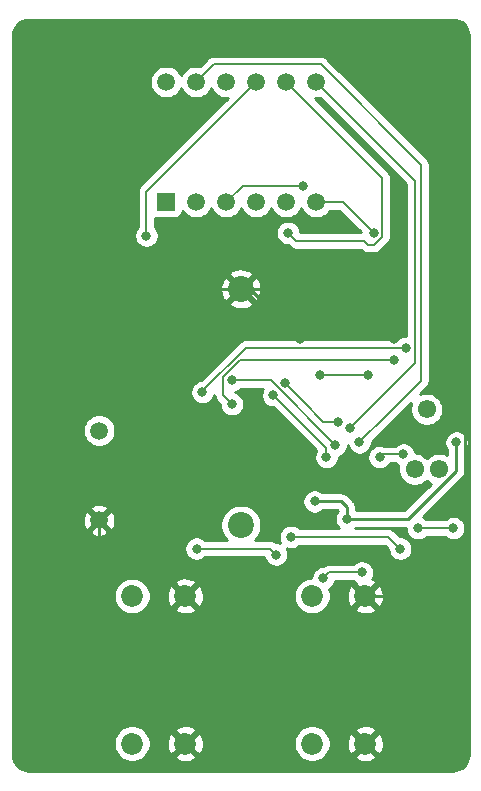
<source format=gbr>
%TF.GenerationSoftware,KiCad,Pcbnew,(5.1.10)-1*%
%TF.CreationDate,2021-09-07T17:28:15+02:00*%
%TF.ProjectId,BytesCounter,42797465-7343-46f7-956e-7465722e6b69,rev?*%
%TF.SameCoordinates,Original*%
%TF.FileFunction,Copper,L2,Bot*%
%TF.FilePolarity,Positive*%
%FSLAX46Y46*%
G04 Gerber Fmt 4.6, Leading zero omitted, Abs format (unit mm)*
G04 Created by KiCad (PCBNEW (5.1.10)-1) date 2021-09-07 17:28:15*
%MOMM*%
%LPD*%
G01*
G04 APERTURE LIST*
%TA.AperFunction,ComponentPad*%
%ADD10C,1.500000*%
%TD*%
%TA.AperFunction,ComponentPad*%
%ADD11R,1.500000X1.500000*%
%TD*%
%TA.AperFunction,ComponentPad*%
%ADD12C,1.550000*%
%TD*%
%TA.AperFunction,ComponentPad*%
%ADD13C,1.850000*%
%TD*%
%TA.AperFunction,ComponentPad*%
%ADD14C,2.200000*%
%TD*%
%TA.AperFunction,ViaPad*%
%ADD15C,3.750000*%
%TD*%
%TA.AperFunction,ViaPad*%
%ADD16C,0.800000*%
%TD*%
%TA.AperFunction,Conductor*%
%ADD17C,0.250000*%
%TD*%
%TA.AperFunction,Conductor*%
%ADD18C,0.200000*%
%TD*%
%TA.AperFunction,Conductor*%
%ADD19C,0.254000*%
%TD*%
%TA.AperFunction,Conductor*%
%ADD20C,0.100000*%
%TD*%
G04 APERTURE END LIST*
D10*
%TO.P,U1,12*%
%TO.N,/CC_1*%
X114430000Y-32230000D03*
%TO.P,U1,11*%
%TO.N,/D_a*%
X116970000Y-32230000D03*
%TO.P,U1,10*%
%TO.N,/D_f*%
X119510000Y-32230000D03*
%TO.P,U1,9*%
%TO.N,/CC_2*%
X122050000Y-32230000D03*
%TO.P,U1,8*%
%TO.N,/CC_3*%
X124590000Y-32230000D03*
%TO.P,U1,7*%
%TO.N,/D_b*%
X127130000Y-32230000D03*
%TO.P,U1,6*%
%TO.N,/CC_4*%
X127130000Y-42390000D03*
%TO.P,U1,5*%
%TO.N,/D_g*%
X124590000Y-42390000D03*
%TO.P,U1,4*%
%TO.N,/D_c*%
X122050000Y-42390000D03*
%TO.P,U1,3*%
%TO.N,/D_dp*%
X119510000Y-42390000D03*
%TO.P,U1,2*%
%TO.N,/D_d*%
X116970000Y-42390000D03*
D11*
%TO.P,U1,1*%
%TO.N,/D_e*%
X114430000Y-42390000D03*
%TD*%
D12*
%TO.P,J1,9*%
%TO.N,N/C*%
X135468000Y-65040000D03*
%TO.P,J1,8*%
X137500000Y-65040000D03*
%TO.P,J1,7*%
X136484000Y-59960000D03*
%TD*%
D13*
%TO.P,S1,4*%
%TO.N,Net-(R11-Pad1)*%
X111546000Y-88248000D03*
%TO.P,S1,3*%
X111546000Y-75748000D03*
%TO.P,S1,2*%
%TO.N,gnd*%
X116046000Y-88248000D03*
%TO.P,S1,1*%
X116046000Y-75748000D03*
%TD*%
%TO.P,S2,4*%
%TO.N,Net-(R15-Pad1)*%
X126786000Y-88248000D03*
%TO.P,S2,3*%
X126786000Y-75748000D03*
%TO.P,S2,2*%
%TO.N,gnd*%
X131286000Y-88248000D03*
%TO.P,S2,1*%
X131286000Y-75748000D03*
%TD*%
D14*
%TO.P,U2,2*%
%TO.N,gnd*%
X120750000Y-49750000D03*
%TO.P,U2,1*%
%TO.N,+3V*%
X120750000Y-69750000D03*
%TD*%
D10*
%TO.P,LS1,2*%
%TO.N,gnd*%
X108750000Y-69350000D03*
%TO.P,LS1,1*%
%TO.N,Net-(LS1-Pad1)*%
X108750000Y-61750000D03*
%TD*%
D15*
%TO.N,gnd*%
X138000000Y-29000000D03*
X104000000Y-29000000D03*
X104000000Y-88000000D03*
X138000000Y-88000000D03*
D16*
X114002000Y-75748000D03*
X134750000Y-67250000D03*
X122750000Y-68750000D03*
X112000000Y-51000000D03*
X125750000Y-54000000D03*
X133750000Y-54000000D03*
X121000000Y-76000000D03*
X137250000Y-54250000D03*
%TO.N,+3V*%
X129750000Y-69250000D03*
X127000000Y-67750000D03*
X139000000Y-62750000D03*
%TO.N,/B_2*%
X134512653Y-63762653D03*
X132500000Y-64000000D03*
%TO.N,/B_1*%
X135750000Y-70000000D03*
X138750000Y-70000000D03*
%TO.N,/D_a*%
X130791000Y-62750000D03*
%TO.N,/D_b*%
X130000000Y-61500000D03*
%TO.N,/C_1*%
X120000000Y-57500000D03*
X128750000Y-63000000D03*
%TO.N,/C_2*%
X123500000Y-58750000D03*
X128000000Y-64000000D03*
%TO.N,/C_4*%
X127491000Y-57009000D03*
X131491000Y-57009000D03*
%TO.N,/D_dp*%
X126000000Y-41000000D03*
%TO.N,Net-(IC1-Pad3)*%
X133750000Y-55750000D03*
X120000000Y-59500000D03*
%TO.N,/C_Buzzer*%
X134750000Y-54750000D03*
X117500000Y-58500000D03*
%TO.N,/CC_2*%
X112750000Y-45250000D03*
%TO.N,/CC_3*%
X124750000Y-45000000D03*
%TO.N,/CC_4*%
X132000000Y-45000000D03*
%TO.N,Net-(R15-Pad1)*%
X134250000Y-71750000D03*
X125000000Y-70750000D03*
%TO.N,/MCLR*%
X129000000Y-61000000D03*
X124512976Y-57737024D03*
%TO.N,Net-(C2-Pad1)*%
X123750000Y-72250000D03*
X117000000Y-71750000D03*
%TO.N,Net-(C3-Pad1)*%
X127750000Y-74250000D03*
X131000000Y-73750000D03*
%TD*%
D17*
%TO.N,gnd*%
X114002000Y-75748000D02*
X110754000Y-72500000D01*
X110754000Y-72500000D02*
X110000000Y-72500000D01*
X108750000Y-71250000D02*
X108750000Y-69350000D01*
X110000000Y-72500000D02*
X108750000Y-71250000D01*
X134750000Y-67250000D02*
X133500000Y-66000000D01*
X133500000Y-66000000D02*
X125500000Y-66000000D01*
X125500000Y-66000000D02*
X122750000Y-68750000D01*
X120750000Y-49750000D02*
X113250000Y-49750000D01*
X113250000Y-49750000D02*
X112000000Y-51000000D01*
X121500000Y-49750000D02*
X120750000Y-49750000D01*
X125750000Y-54000000D02*
X121500000Y-49750000D01*
X129500000Y-49750000D02*
X120750000Y-49750000D01*
X133750000Y-54000000D02*
X129500000Y-49750000D01*
X121000000Y-76000000D02*
X123500000Y-78500000D01*
X128534000Y-78500000D02*
X131286000Y-75748000D01*
X123500000Y-78500000D02*
X128534000Y-78500000D01*
X139725001Y-74774999D02*
X139725001Y-56725001D01*
X138752000Y-75748000D02*
X139725001Y-74774999D01*
X131286000Y-75748000D02*
X138752000Y-75748000D01*
X139725001Y-56725001D02*
X137250000Y-54250000D01*
%TO.N,+3V*%
X129750000Y-69250000D02*
X129750000Y-68250000D01*
X129750000Y-68250000D02*
X129250000Y-67750000D01*
X129250000Y-67750000D02*
X127000000Y-67750000D01*
X134918002Y-69250000D02*
X139000000Y-65168002D01*
X129750000Y-69250000D02*
X134918002Y-69250000D01*
X139000000Y-65168002D02*
X139000000Y-62750000D01*
D18*
%TO.N,/B_2*%
X134512653Y-63762653D02*
X132987347Y-63762653D01*
X132737347Y-63762653D02*
X132987347Y-63762653D01*
X132500000Y-64000000D02*
X132737347Y-63762653D01*
%TO.N,/B_1*%
X135750000Y-70000000D02*
X138750000Y-70000000D01*
%TO.N,/D_a*%
X136000000Y-57541000D02*
X133100011Y-60440989D01*
X136000000Y-39250000D02*
X136000000Y-57541000D01*
X127500000Y-30750000D02*
X136000000Y-39250000D01*
X133100011Y-60440989D02*
X130791000Y-62750000D01*
X118450000Y-30750000D02*
X127500000Y-30750000D01*
X116970000Y-32230000D02*
X118450000Y-30750000D01*
%TO.N,/D_b*%
X132700001Y-37800001D02*
X127130000Y-32230000D01*
X135400000Y-40500000D02*
X132700001Y-37800001D01*
X135500000Y-40500000D02*
X135400000Y-40500000D01*
X135500000Y-56000000D02*
X135500000Y-40500000D01*
X130000000Y-61500000D02*
X135500000Y-56000000D01*
%TO.N,/C_1*%
X123286002Y-57500000D02*
X128750000Y-62963998D01*
X120000000Y-57500000D02*
X123286002Y-57500000D01*
X128750000Y-62963998D02*
X128750000Y-63000000D01*
%TO.N,/C_2*%
X123500000Y-58750000D02*
X128000000Y-63250000D01*
X128000000Y-63250000D02*
X128000000Y-64000000D01*
%TO.N,/C_4*%
X127491000Y-57009000D02*
X131491000Y-57009000D01*
%TO.N,/D_dp*%
X120900000Y-41000000D02*
X119510000Y-42390000D01*
X126000000Y-41000000D02*
X120900000Y-41000000D01*
%TO.N,Net-(IC1-Pad3)*%
X120713998Y-55750000D02*
X119250000Y-57213998D01*
X133750000Y-55750000D02*
X120713998Y-55750000D01*
X119250000Y-58750000D02*
X120000000Y-59500000D01*
X119250000Y-57213998D02*
X119250000Y-58750000D01*
%TO.N,/C_Buzzer*%
X121148300Y-54750000D02*
X117500000Y-58398300D01*
X134750000Y-54750000D02*
X121148300Y-54750000D01*
X117500000Y-58398300D02*
X117500000Y-58500000D01*
%TO.N,/CC_2*%
X122050000Y-32230000D02*
X118250000Y-36030000D01*
X118250000Y-36030000D02*
X112750000Y-41530000D01*
X112750000Y-41530000D02*
X112750000Y-45250000D01*
%TO.N,/CC_3*%
X125450001Y-45700001D02*
X131200001Y-45700001D01*
X124750000Y-45000000D02*
X125450001Y-45700001D01*
X131200001Y-45700001D02*
X131500000Y-46000000D01*
X132700001Y-40340001D02*
X124590000Y-32230000D01*
X132700001Y-45336001D02*
X132700001Y-40340001D01*
X132036002Y-46000000D02*
X132700001Y-45336001D01*
X131500000Y-46000000D02*
X132036002Y-46000000D01*
%TO.N,/CC_4*%
X129390000Y-42390000D02*
X127130000Y-42390000D01*
X132000000Y-45000000D02*
X129390000Y-42390000D01*
%TO.N,Net-(R15-Pad1)*%
X134250000Y-71750000D02*
X133250000Y-70750000D01*
X133250000Y-70750000D02*
X125000000Y-70750000D01*
%TO.N,/MCLR*%
X129000000Y-61000000D02*
X127750000Y-61000000D01*
X127750000Y-61000000D02*
X126000000Y-59250000D01*
X126000000Y-59250000D02*
X126012976Y-59237024D01*
X126000000Y-59250000D02*
X124500000Y-57750000D01*
X124500000Y-57750000D02*
X124512976Y-57737024D01*
%TO.N,Net-(C2-Pad1)*%
X123750000Y-72250000D02*
X123250000Y-71750000D01*
X123250000Y-71750000D02*
X117000000Y-71750000D01*
%TO.N,Net-(C3-Pad1)*%
X127750000Y-74250000D02*
X128250000Y-73750000D01*
X128250000Y-73750000D02*
X131000000Y-73750000D01*
%TD*%
D19*
%TO.N,gnd*%
X138999899Y-26987907D02*
X139240285Y-27060484D01*
X139461991Y-27178368D01*
X139656577Y-27337068D01*
X139816635Y-27530545D01*
X139936064Y-27751424D01*
X140010317Y-27991297D01*
X140040000Y-28273716D01*
X140040001Y-89215269D01*
X140012093Y-89499899D01*
X139939517Y-89740282D01*
X139821633Y-89961989D01*
X139662929Y-90156580D01*
X139469455Y-90316635D01*
X139248576Y-90436064D01*
X139008701Y-90510317D01*
X138726291Y-90540000D01*
X102784721Y-90540000D01*
X102500101Y-90512093D01*
X102259718Y-90439517D01*
X102038011Y-90321633D01*
X101843420Y-90162929D01*
X101683365Y-89969455D01*
X101563936Y-89748576D01*
X101489683Y-89508701D01*
X101460000Y-89226291D01*
X101460000Y-88094353D01*
X109986000Y-88094353D01*
X109986000Y-88401647D01*
X110045950Y-88703035D01*
X110163546Y-88986937D01*
X110334269Y-89242442D01*
X110551558Y-89459731D01*
X110807063Y-89630454D01*
X111090965Y-89748050D01*
X111392353Y-89808000D01*
X111699647Y-89808000D01*
X112001035Y-89748050D01*
X112284937Y-89630454D01*
X112540442Y-89459731D01*
X112670256Y-89329917D01*
X115143688Y-89329917D01*
X115230393Y-89586653D01*
X115507223Y-89720048D01*
X115804757Y-89796873D01*
X116111562Y-89814176D01*
X116415848Y-89771292D01*
X116705921Y-89669868D01*
X116861607Y-89586653D01*
X116948312Y-89329917D01*
X116046000Y-88427605D01*
X115143688Y-89329917D01*
X112670256Y-89329917D01*
X112757731Y-89242442D01*
X112928454Y-88986937D01*
X113046050Y-88703035D01*
X113106000Y-88401647D01*
X113106000Y-88313562D01*
X114479824Y-88313562D01*
X114522708Y-88617848D01*
X114624132Y-88907921D01*
X114707347Y-89063607D01*
X114964083Y-89150312D01*
X115866395Y-88248000D01*
X116225605Y-88248000D01*
X117127917Y-89150312D01*
X117384653Y-89063607D01*
X117518048Y-88786777D01*
X117594873Y-88489243D01*
X117612176Y-88182438D01*
X117599762Y-88094353D01*
X125226000Y-88094353D01*
X125226000Y-88401647D01*
X125285950Y-88703035D01*
X125403546Y-88986937D01*
X125574269Y-89242442D01*
X125791558Y-89459731D01*
X126047063Y-89630454D01*
X126330965Y-89748050D01*
X126632353Y-89808000D01*
X126939647Y-89808000D01*
X127241035Y-89748050D01*
X127524937Y-89630454D01*
X127780442Y-89459731D01*
X127910256Y-89329917D01*
X130383688Y-89329917D01*
X130470393Y-89586653D01*
X130747223Y-89720048D01*
X131044757Y-89796873D01*
X131351562Y-89814176D01*
X131655848Y-89771292D01*
X131945921Y-89669868D01*
X132101607Y-89586653D01*
X132188312Y-89329917D01*
X131286000Y-88427605D01*
X130383688Y-89329917D01*
X127910256Y-89329917D01*
X127997731Y-89242442D01*
X128168454Y-88986937D01*
X128286050Y-88703035D01*
X128346000Y-88401647D01*
X128346000Y-88313562D01*
X129719824Y-88313562D01*
X129762708Y-88617848D01*
X129864132Y-88907921D01*
X129947347Y-89063607D01*
X130204083Y-89150312D01*
X131106395Y-88248000D01*
X131465605Y-88248000D01*
X132367917Y-89150312D01*
X132624653Y-89063607D01*
X132758048Y-88786777D01*
X132834873Y-88489243D01*
X132852176Y-88182438D01*
X132809292Y-87878152D01*
X132707868Y-87588079D01*
X132624653Y-87432393D01*
X132367917Y-87345688D01*
X131465605Y-88248000D01*
X131106395Y-88248000D01*
X130204083Y-87345688D01*
X129947347Y-87432393D01*
X129813952Y-87709223D01*
X129737127Y-88006757D01*
X129719824Y-88313562D01*
X128346000Y-88313562D01*
X128346000Y-88094353D01*
X128286050Y-87792965D01*
X128168454Y-87509063D01*
X127997731Y-87253558D01*
X127910256Y-87166083D01*
X130383688Y-87166083D01*
X131286000Y-88068395D01*
X132188312Y-87166083D01*
X132101607Y-86909347D01*
X131824777Y-86775952D01*
X131527243Y-86699127D01*
X131220438Y-86681824D01*
X130916152Y-86724708D01*
X130626079Y-86826132D01*
X130470393Y-86909347D01*
X130383688Y-87166083D01*
X127910256Y-87166083D01*
X127780442Y-87036269D01*
X127524937Y-86865546D01*
X127241035Y-86747950D01*
X126939647Y-86688000D01*
X126632353Y-86688000D01*
X126330965Y-86747950D01*
X126047063Y-86865546D01*
X125791558Y-87036269D01*
X125574269Y-87253558D01*
X125403546Y-87509063D01*
X125285950Y-87792965D01*
X125226000Y-88094353D01*
X117599762Y-88094353D01*
X117569292Y-87878152D01*
X117467868Y-87588079D01*
X117384653Y-87432393D01*
X117127917Y-87345688D01*
X116225605Y-88248000D01*
X115866395Y-88248000D01*
X114964083Y-87345688D01*
X114707347Y-87432393D01*
X114573952Y-87709223D01*
X114497127Y-88006757D01*
X114479824Y-88313562D01*
X113106000Y-88313562D01*
X113106000Y-88094353D01*
X113046050Y-87792965D01*
X112928454Y-87509063D01*
X112757731Y-87253558D01*
X112670256Y-87166083D01*
X115143688Y-87166083D01*
X116046000Y-88068395D01*
X116948312Y-87166083D01*
X116861607Y-86909347D01*
X116584777Y-86775952D01*
X116287243Y-86699127D01*
X115980438Y-86681824D01*
X115676152Y-86724708D01*
X115386079Y-86826132D01*
X115230393Y-86909347D01*
X115143688Y-87166083D01*
X112670256Y-87166083D01*
X112540442Y-87036269D01*
X112284937Y-86865546D01*
X112001035Y-86747950D01*
X111699647Y-86688000D01*
X111392353Y-86688000D01*
X111090965Y-86747950D01*
X110807063Y-86865546D01*
X110551558Y-87036269D01*
X110334269Y-87253558D01*
X110163546Y-87509063D01*
X110045950Y-87792965D01*
X109986000Y-88094353D01*
X101460000Y-88094353D01*
X101460000Y-75594353D01*
X109986000Y-75594353D01*
X109986000Y-75901647D01*
X110045950Y-76203035D01*
X110163546Y-76486937D01*
X110334269Y-76742442D01*
X110551558Y-76959731D01*
X110807063Y-77130454D01*
X111090965Y-77248050D01*
X111392353Y-77308000D01*
X111699647Y-77308000D01*
X112001035Y-77248050D01*
X112284937Y-77130454D01*
X112540442Y-76959731D01*
X112670256Y-76829917D01*
X115143688Y-76829917D01*
X115230393Y-77086653D01*
X115507223Y-77220048D01*
X115804757Y-77296873D01*
X116111562Y-77314176D01*
X116415848Y-77271292D01*
X116705921Y-77169868D01*
X116861607Y-77086653D01*
X116948312Y-76829917D01*
X116046000Y-75927605D01*
X115143688Y-76829917D01*
X112670256Y-76829917D01*
X112757731Y-76742442D01*
X112928454Y-76486937D01*
X113046050Y-76203035D01*
X113106000Y-75901647D01*
X113106000Y-75813562D01*
X114479824Y-75813562D01*
X114522708Y-76117848D01*
X114624132Y-76407921D01*
X114707347Y-76563607D01*
X114964083Y-76650312D01*
X115866395Y-75748000D01*
X116225605Y-75748000D01*
X117127917Y-76650312D01*
X117384653Y-76563607D01*
X117518048Y-76286777D01*
X117594873Y-75989243D01*
X117612176Y-75682438D01*
X117599762Y-75594353D01*
X125226000Y-75594353D01*
X125226000Y-75901647D01*
X125285950Y-76203035D01*
X125403546Y-76486937D01*
X125574269Y-76742442D01*
X125791558Y-76959731D01*
X126047063Y-77130454D01*
X126330965Y-77248050D01*
X126632353Y-77308000D01*
X126939647Y-77308000D01*
X127241035Y-77248050D01*
X127524937Y-77130454D01*
X127780442Y-76959731D01*
X127910256Y-76829917D01*
X130383688Y-76829917D01*
X130470393Y-77086653D01*
X130747223Y-77220048D01*
X131044757Y-77296873D01*
X131351562Y-77314176D01*
X131655848Y-77271292D01*
X131945921Y-77169868D01*
X132101607Y-77086653D01*
X132188312Y-76829917D01*
X131286000Y-75927605D01*
X130383688Y-76829917D01*
X127910256Y-76829917D01*
X127997731Y-76742442D01*
X128168454Y-76486937D01*
X128286050Y-76203035D01*
X128346000Y-75901647D01*
X128346000Y-75813562D01*
X129719824Y-75813562D01*
X129762708Y-76117848D01*
X129864132Y-76407921D01*
X129947347Y-76563607D01*
X130204083Y-76650312D01*
X131106395Y-75748000D01*
X131465605Y-75748000D01*
X132367917Y-76650312D01*
X132624653Y-76563607D01*
X132758048Y-76286777D01*
X132834873Y-75989243D01*
X132852176Y-75682438D01*
X132809292Y-75378152D01*
X132707868Y-75088079D01*
X132624653Y-74932393D01*
X132367917Y-74845688D01*
X131465605Y-75748000D01*
X131106395Y-75748000D01*
X130204083Y-74845688D01*
X129947347Y-74932393D01*
X129813952Y-75209223D01*
X129737127Y-75506757D01*
X129719824Y-75813562D01*
X128346000Y-75813562D01*
X128346000Y-75594353D01*
X128286050Y-75292965D01*
X128234881Y-75169432D01*
X128240256Y-75167205D01*
X128409774Y-75053937D01*
X128553937Y-74909774D01*
X128667205Y-74740256D01*
X128745226Y-74551898D01*
X128758533Y-74485000D01*
X130271289Y-74485000D01*
X130340226Y-74553937D01*
X130406587Y-74598278D01*
X130383688Y-74666083D01*
X131286000Y-75568395D01*
X132188312Y-74666083D01*
X132101607Y-74409347D01*
X131876652Y-74300949D01*
X131917205Y-74240256D01*
X131995226Y-74051898D01*
X132035000Y-73851939D01*
X132035000Y-73648061D01*
X131995226Y-73448102D01*
X131917205Y-73259744D01*
X131803937Y-73090226D01*
X131659774Y-72946063D01*
X131490256Y-72832795D01*
X131301898Y-72754774D01*
X131101939Y-72715000D01*
X130898061Y-72715000D01*
X130698102Y-72754774D01*
X130509744Y-72832795D01*
X130340226Y-72946063D01*
X130271289Y-73015000D01*
X128286105Y-73015000D01*
X128250000Y-73011444D01*
X128213895Y-73015000D01*
X128105915Y-73025635D01*
X127967367Y-73067663D01*
X127839680Y-73135913D01*
X127743312Y-73215000D01*
X127648061Y-73215000D01*
X127448102Y-73254774D01*
X127259744Y-73332795D01*
X127090226Y-73446063D01*
X126946063Y-73590226D01*
X126832795Y-73759744D01*
X126754774Y-73948102D01*
X126715000Y-74148061D01*
X126715000Y-74188000D01*
X126632353Y-74188000D01*
X126330965Y-74247950D01*
X126047063Y-74365546D01*
X125791558Y-74536269D01*
X125574269Y-74753558D01*
X125403546Y-75009063D01*
X125285950Y-75292965D01*
X125226000Y-75594353D01*
X117599762Y-75594353D01*
X117569292Y-75378152D01*
X117467868Y-75088079D01*
X117384653Y-74932393D01*
X117127917Y-74845688D01*
X116225605Y-75748000D01*
X115866395Y-75748000D01*
X114964083Y-74845688D01*
X114707347Y-74932393D01*
X114573952Y-75209223D01*
X114497127Y-75506757D01*
X114479824Y-75813562D01*
X113106000Y-75813562D01*
X113106000Y-75594353D01*
X113046050Y-75292965D01*
X112928454Y-75009063D01*
X112757731Y-74753558D01*
X112670256Y-74666083D01*
X115143688Y-74666083D01*
X116046000Y-75568395D01*
X116948312Y-74666083D01*
X116861607Y-74409347D01*
X116584777Y-74275952D01*
X116287243Y-74199127D01*
X115980438Y-74181824D01*
X115676152Y-74224708D01*
X115386079Y-74326132D01*
X115230393Y-74409347D01*
X115143688Y-74666083D01*
X112670256Y-74666083D01*
X112540442Y-74536269D01*
X112284937Y-74365546D01*
X112001035Y-74247950D01*
X111699647Y-74188000D01*
X111392353Y-74188000D01*
X111090965Y-74247950D01*
X110807063Y-74365546D01*
X110551558Y-74536269D01*
X110334269Y-74753558D01*
X110163546Y-75009063D01*
X110045950Y-75292965D01*
X109986000Y-75594353D01*
X101460000Y-75594353D01*
X101460000Y-71648061D01*
X115965000Y-71648061D01*
X115965000Y-71851939D01*
X116004774Y-72051898D01*
X116082795Y-72240256D01*
X116196063Y-72409774D01*
X116340226Y-72553937D01*
X116509744Y-72667205D01*
X116698102Y-72745226D01*
X116898061Y-72785000D01*
X117101939Y-72785000D01*
X117301898Y-72745226D01*
X117490256Y-72667205D01*
X117659774Y-72553937D01*
X117728711Y-72485000D01*
X122741467Y-72485000D01*
X122754774Y-72551898D01*
X122832795Y-72740256D01*
X122946063Y-72909774D01*
X123090226Y-73053937D01*
X123259744Y-73167205D01*
X123448102Y-73245226D01*
X123648061Y-73285000D01*
X123851939Y-73285000D01*
X124051898Y-73245226D01*
X124240256Y-73167205D01*
X124409774Y-73053937D01*
X124553937Y-72909774D01*
X124667205Y-72740256D01*
X124745226Y-72551898D01*
X124785000Y-72351939D01*
X124785000Y-72148061D01*
X124745226Y-71948102D01*
X124667205Y-71759744D01*
X124641968Y-71721974D01*
X124698102Y-71745226D01*
X124898061Y-71785000D01*
X125101939Y-71785000D01*
X125301898Y-71745226D01*
X125490256Y-71667205D01*
X125659774Y-71553937D01*
X125728711Y-71485000D01*
X132945554Y-71485000D01*
X133215000Y-71754446D01*
X133215000Y-71851939D01*
X133254774Y-72051898D01*
X133332795Y-72240256D01*
X133446063Y-72409774D01*
X133590226Y-72553937D01*
X133759744Y-72667205D01*
X133948102Y-72745226D01*
X134148061Y-72785000D01*
X134351939Y-72785000D01*
X134551898Y-72745226D01*
X134740256Y-72667205D01*
X134909774Y-72553937D01*
X135053937Y-72409774D01*
X135167205Y-72240256D01*
X135245226Y-72051898D01*
X135285000Y-71851939D01*
X135285000Y-71648061D01*
X135245226Y-71448102D01*
X135167205Y-71259744D01*
X135053937Y-71090226D01*
X134909774Y-70946063D01*
X134740256Y-70832795D01*
X134551898Y-70754774D01*
X134351939Y-70715000D01*
X134254446Y-70715000D01*
X133795258Y-70255812D01*
X133772238Y-70227762D01*
X133660320Y-70135913D01*
X133532633Y-70067663D01*
X133394085Y-70025635D01*
X133286105Y-70015000D01*
X133250000Y-70011444D01*
X133213895Y-70015000D01*
X130448711Y-70015000D01*
X130453711Y-70010000D01*
X134715000Y-70010000D01*
X134715000Y-70101939D01*
X134754774Y-70301898D01*
X134832795Y-70490256D01*
X134946063Y-70659774D01*
X135090226Y-70803937D01*
X135259744Y-70917205D01*
X135448102Y-70995226D01*
X135648061Y-71035000D01*
X135851939Y-71035000D01*
X136051898Y-70995226D01*
X136240256Y-70917205D01*
X136409774Y-70803937D01*
X136478711Y-70735000D01*
X138021289Y-70735000D01*
X138090226Y-70803937D01*
X138259744Y-70917205D01*
X138448102Y-70995226D01*
X138648061Y-71035000D01*
X138851939Y-71035000D01*
X139051898Y-70995226D01*
X139240256Y-70917205D01*
X139409774Y-70803937D01*
X139553937Y-70659774D01*
X139667205Y-70490256D01*
X139745226Y-70301898D01*
X139785000Y-70101939D01*
X139785000Y-69898061D01*
X139745226Y-69698102D01*
X139667205Y-69509744D01*
X139553937Y-69340226D01*
X139409774Y-69196063D01*
X139240256Y-69082795D01*
X139051898Y-69004774D01*
X138851939Y-68965000D01*
X138648061Y-68965000D01*
X138448102Y-69004774D01*
X138259744Y-69082795D01*
X138090226Y-69196063D01*
X138021289Y-69265000D01*
X136478711Y-69265000D01*
X136409774Y-69196063D01*
X136240256Y-69082795D01*
X136183512Y-69059291D01*
X139511004Y-65731800D01*
X139540001Y-65708003D01*
X139566332Y-65675919D01*
X139634974Y-65592279D01*
X139705546Y-65460249D01*
X139708266Y-65451282D01*
X139749003Y-65316988D01*
X139760000Y-65205335D01*
X139760000Y-65205325D01*
X139763676Y-65168002D01*
X139760000Y-65130679D01*
X139760000Y-63453711D01*
X139803937Y-63409774D01*
X139917205Y-63240256D01*
X139995226Y-63051898D01*
X140035000Y-62851939D01*
X140035000Y-62648061D01*
X139995226Y-62448102D01*
X139917205Y-62259744D01*
X139803937Y-62090226D01*
X139659774Y-61946063D01*
X139490256Y-61832795D01*
X139301898Y-61754774D01*
X139101939Y-61715000D01*
X138898061Y-61715000D01*
X138698102Y-61754774D01*
X138509744Y-61832795D01*
X138340226Y-61946063D01*
X138196063Y-62090226D01*
X138082795Y-62259744D01*
X138004774Y-62448102D01*
X137965000Y-62648061D01*
X137965000Y-62851939D01*
X138004774Y-63051898D01*
X138082795Y-63240256D01*
X138196063Y-63409774D01*
X138240001Y-63453712D01*
X138240001Y-63838661D01*
X138167885Y-63790475D01*
X137911282Y-63684186D01*
X137638873Y-63630000D01*
X137361127Y-63630000D01*
X137088718Y-63684186D01*
X136832115Y-63790475D01*
X136601178Y-63944782D01*
X136484000Y-64061960D01*
X136366822Y-63944782D01*
X136135885Y-63790475D01*
X135879282Y-63684186D01*
X135606873Y-63630000D01*
X135541544Y-63630000D01*
X135507879Y-63460755D01*
X135429858Y-63272397D01*
X135316590Y-63102879D01*
X135172427Y-62958716D01*
X135002909Y-62845448D01*
X134814551Y-62767427D01*
X134614592Y-62727653D01*
X134410714Y-62727653D01*
X134210755Y-62767427D01*
X134022397Y-62845448D01*
X133852879Y-62958716D01*
X133783942Y-63027653D01*
X132857132Y-63027653D01*
X132801898Y-63004774D01*
X132601939Y-62965000D01*
X132398061Y-62965000D01*
X132198102Y-63004774D01*
X132009744Y-63082795D01*
X131840226Y-63196063D01*
X131696063Y-63340226D01*
X131582795Y-63509744D01*
X131504774Y-63698102D01*
X131465000Y-63898061D01*
X131465000Y-64101939D01*
X131504774Y-64301898D01*
X131582795Y-64490256D01*
X131696063Y-64659774D01*
X131840226Y-64803937D01*
X132009744Y-64917205D01*
X132198102Y-64995226D01*
X132398061Y-65035000D01*
X132601939Y-65035000D01*
X132801898Y-64995226D01*
X132990256Y-64917205D01*
X133159774Y-64803937D01*
X133303937Y-64659774D01*
X133412262Y-64497653D01*
X133783942Y-64497653D01*
X133852879Y-64566590D01*
X134022397Y-64679858D01*
X134095953Y-64710326D01*
X134058000Y-64901127D01*
X134058000Y-65178873D01*
X134112186Y-65451282D01*
X134218475Y-65707885D01*
X134372782Y-65938822D01*
X134569178Y-66135218D01*
X134800115Y-66289525D01*
X135056718Y-66395814D01*
X135329127Y-66450000D01*
X135606873Y-66450000D01*
X135879282Y-66395814D01*
X136135885Y-66289525D01*
X136366822Y-66135218D01*
X136484000Y-66018040D01*
X136601178Y-66135218D01*
X136815067Y-66278134D01*
X134603201Y-68490000D01*
X130510000Y-68490000D01*
X130510000Y-68287325D01*
X130513676Y-68250000D01*
X130510000Y-68212675D01*
X130510000Y-68212667D01*
X130499003Y-68101014D01*
X130455546Y-67957753D01*
X130384974Y-67825724D01*
X130290001Y-67709999D01*
X130260997Y-67686196D01*
X129813804Y-67239003D01*
X129790001Y-67209999D01*
X129674276Y-67115026D01*
X129542247Y-67044454D01*
X129398986Y-67000997D01*
X129287333Y-66990000D01*
X129287322Y-66990000D01*
X129250000Y-66986324D01*
X129212678Y-66990000D01*
X127703711Y-66990000D01*
X127659774Y-66946063D01*
X127490256Y-66832795D01*
X127301898Y-66754774D01*
X127101939Y-66715000D01*
X126898061Y-66715000D01*
X126698102Y-66754774D01*
X126509744Y-66832795D01*
X126340226Y-66946063D01*
X126196063Y-67090226D01*
X126082795Y-67259744D01*
X126004774Y-67448102D01*
X125965000Y-67648061D01*
X125965000Y-67851939D01*
X126004774Y-68051898D01*
X126082795Y-68240256D01*
X126196063Y-68409774D01*
X126340226Y-68553937D01*
X126509744Y-68667205D01*
X126698102Y-68745226D01*
X126898061Y-68785000D01*
X127101939Y-68785000D01*
X127301898Y-68745226D01*
X127490256Y-68667205D01*
X127659774Y-68553937D01*
X127703711Y-68510000D01*
X128935199Y-68510000D01*
X128980744Y-68555545D01*
X128946063Y-68590226D01*
X128832795Y-68759744D01*
X128754774Y-68948102D01*
X128715000Y-69148061D01*
X128715000Y-69351939D01*
X128754774Y-69551898D01*
X128832795Y-69740256D01*
X128946063Y-69909774D01*
X129051289Y-70015000D01*
X125728711Y-70015000D01*
X125659774Y-69946063D01*
X125490256Y-69832795D01*
X125301898Y-69754774D01*
X125101939Y-69715000D01*
X124898061Y-69715000D01*
X124698102Y-69754774D01*
X124509744Y-69832795D01*
X124340226Y-69946063D01*
X124196063Y-70090226D01*
X124082795Y-70259744D01*
X124004774Y-70448102D01*
X123965000Y-70648061D01*
X123965000Y-70851939D01*
X124004774Y-71051898D01*
X124082795Y-71240256D01*
X124108032Y-71278026D01*
X124051898Y-71254774D01*
X123851939Y-71215000D01*
X123756688Y-71215000D01*
X123660320Y-71135913D01*
X123532633Y-71067663D01*
X123394085Y-71025635D01*
X123286105Y-71015000D01*
X123250000Y-71011444D01*
X123213895Y-71015000D01*
X121938661Y-71015000D01*
X122097663Y-70855998D01*
X122287537Y-70571831D01*
X122418325Y-70256081D01*
X122485000Y-69920883D01*
X122485000Y-69579117D01*
X122418325Y-69243919D01*
X122287537Y-68928169D01*
X122097663Y-68644002D01*
X121855998Y-68402337D01*
X121571831Y-68212463D01*
X121256081Y-68081675D01*
X120920883Y-68015000D01*
X120579117Y-68015000D01*
X120243919Y-68081675D01*
X119928169Y-68212463D01*
X119644002Y-68402337D01*
X119402337Y-68644002D01*
X119212463Y-68928169D01*
X119081675Y-69243919D01*
X119015000Y-69579117D01*
X119015000Y-69920883D01*
X119081675Y-70256081D01*
X119212463Y-70571831D01*
X119402337Y-70855998D01*
X119561339Y-71015000D01*
X117728711Y-71015000D01*
X117659774Y-70946063D01*
X117490256Y-70832795D01*
X117301898Y-70754774D01*
X117101939Y-70715000D01*
X116898061Y-70715000D01*
X116698102Y-70754774D01*
X116509744Y-70832795D01*
X116340226Y-70946063D01*
X116196063Y-71090226D01*
X116082795Y-71259744D01*
X116004774Y-71448102D01*
X115965000Y-71648061D01*
X101460000Y-71648061D01*
X101460000Y-70306993D01*
X107972612Y-70306993D01*
X108038137Y-70545860D01*
X108285116Y-70661760D01*
X108549960Y-70727250D01*
X108822492Y-70739812D01*
X109092238Y-70698965D01*
X109348832Y-70606277D01*
X109461863Y-70545860D01*
X109527388Y-70306993D01*
X108750000Y-69529605D01*
X107972612Y-70306993D01*
X101460000Y-70306993D01*
X101460000Y-69422492D01*
X107360188Y-69422492D01*
X107401035Y-69692238D01*
X107493723Y-69948832D01*
X107554140Y-70061863D01*
X107793007Y-70127388D01*
X108570395Y-69350000D01*
X108929605Y-69350000D01*
X109706993Y-70127388D01*
X109945860Y-70061863D01*
X110061760Y-69814884D01*
X110127250Y-69550040D01*
X110139812Y-69277508D01*
X110098965Y-69007762D01*
X110006277Y-68751168D01*
X109945860Y-68638137D01*
X109706993Y-68572612D01*
X108929605Y-69350000D01*
X108570395Y-69350000D01*
X107793007Y-68572612D01*
X107554140Y-68638137D01*
X107438240Y-68885116D01*
X107372750Y-69149960D01*
X107360188Y-69422492D01*
X101460000Y-69422492D01*
X101460000Y-68393007D01*
X107972612Y-68393007D01*
X108750000Y-69170395D01*
X109527388Y-68393007D01*
X109461863Y-68154140D01*
X109214884Y-68038240D01*
X108950040Y-67972750D01*
X108677508Y-67960188D01*
X108407762Y-68001035D01*
X108151168Y-68093723D01*
X108038137Y-68154140D01*
X107972612Y-68393007D01*
X101460000Y-68393007D01*
X101460000Y-61613589D01*
X107365000Y-61613589D01*
X107365000Y-61886411D01*
X107418225Y-62153989D01*
X107522629Y-62406043D01*
X107674201Y-62632886D01*
X107867114Y-62825799D01*
X108093957Y-62977371D01*
X108346011Y-63081775D01*
X108613589Y-63135000D01*
X108886411Y-63135000D01*
X109153989Y-63081775D01*
X109406043Y-62977371D01*
X109632886Y-62825799D01*
X109825799Y-62632886D01*
X109977371Y-62406043D01*
X110081775Y-62153989D01*
X110135000Y-61886411D01*
X110135000Y-61613589D01*
X110081775Y-61346011D01*
X109977371Y-61093957D01*
X109825799Y-60867114D01*
X109632886Y-60674201D01*
X109406043Y-60522629D01*
X109153989Y-60418225D01*
X108886411Y-60365000D01*
X108613589Y-60365000D01*
X108346011Y-60418225D01*
X108093957Y-60522629D01*
X107867114Y-60674201D01*
X107674201Y-60867114D01*
X107522629Y-61093957D01*
X107418225Y-61346011D01*
X107365000Y-61613589D01*
X101460000Y-61613589D01*
X101460000Y-50956712D01*
X119722893Y-50956712D01*
X119830726Y-51231338D01*
X120137384Y-51382216D01*
X120467585Y-51470369D01*
X120808639Y-51492409D01*
X121147439Y-51447489D01*
X121470966Y-51337336D01*
X121669274Y-51231338D01*
X121777107Y-50956712D01*
X120750000Y-49929605D01*
X119722893Y-50956712D01*
X101460000Y-50956712D01*
X101460000Y-49808639D01*
X119007591Y-49808639D01*
X119052511Y-50147439D01*
X119162664Y-50470966D01*
X119268662Y-50669274D01*
X119543288Y-50777107D01*
X120570395Y-49750000D01*
X120929605Y-49750000D01*
X121956712Y-50777107D01*
X122231338Y-50669274D01*
X122382216Y-50362616D01*
X122470369Y-50032415D01*
X122492409Y-49691361D01*
X122447489Y-49352561D01*
X122337336Y-49029034D01*
X122231338Y-48830726D01*
X121956712Y-48722893D01*
X120929605Y-49750000D01*
X120570395Y-49750000D01*
X119543288Y-48722893D01*
X119268662Y-48830726D01*
X119117784Y-49137384D01*
X119029631Y-49467585D01*
X119007591Y-49808639D01*
X101460000Y-49808639D01*
X101460000Y-48543288D01*
X119722893Y-48543288D01*
X120750000Y-49570395D01*
X121777107Y-48543288D01*
X121669274Y-48268662D01*
X121362616Y-48117784D01*
X121032415Y-48029631D01*
X120691361Y-48007591D01*
X120352561Y-48052511D01*
X120029034Y-48162664D01*
X119830726Y-48268662D01*
X119722893Y-48543288D01*
X101460000Y-48543288D01*
X101460000Y-45148061D01*
X111715000Y-45148061D01*
X111715000Y-45351939D01*
X111754774Y-45551898D01*
X111832795Y-45740256D01*
X111946063Y-45909774D01*
X112090226Y-46053937D01*
X112259744Y-46167205D01*
X112448102Y-46245226D01*
X112648061Y-46285000D01*
X112851939Y-46285000D01*
X113051898Y-46245226D01*
X113240256Y-46167205D01*
X113409774Y-46053937D01*
X113553937Y-45909774D01*
X113667205Y-45740256D01*
X113745226Y-45551898D01*
X113785000Y-45351939D01*
X113785000Y-45148061D01*
X113745226Y-44948102D01*
X113667205Y-44759744D01*
X113553937Y-44590226D01*
X113485000Y-44521289D01*
X113485000Y-43744421D01*
X113555518Y-43765812D01*
X113680000Y-43778072D01*
X115180000Y-43778072D01*
X115304482Y-43765812D01*
X115424180Y-43729502D01*
X115534494Y-43670537D01*
X115631185Y-43591185D01*
X115710537Y-43494494D01*
X115769502Y-43384180D01*
X115805812Y-43264482D01*
X115816445Y-43156517D01*
X115894201Y-43272886D01*
X116087114Y-43465799D01*
X116313957Y-43617371D01*
X116566011Y-43721775D01*
X116833589Y-43775000D01*
X117106411Y-43775000D01*
X117373989Y-43721775D01*
X117626043Y-43617371D01*
X117852886Y-43465799D01*
X118045799Y-43272886D01*
X118197371Y-43046043D01*
X118240000Y-42943127D01*
X118282629Y-43046043D01*
X118434201Y-43272886D01*
X118627114Y-43465799D01*
X118853957Y-43617371D01*
X119106011Y-43721775D01*
X119373589Y-43775000D01*
X119646411Y-43775000D01*
X119913989Y-43721775D01*
X120166043Y-43617371D01*
X120392886Y-43465799D01*
X120585799Y-43272886D01*
X120737371Y-43046043D01*
X120780000Y-42943127D01*
X120822629Y-43046043D01*
X120974201Y-43272886D01*
X121167114Y-43465799D01*
X121393957Y-43617371D01*
X121646011Y-43721775D01*
X121913589Y-43775000D01*
X122186411Y-43775000D01*
X122453989Y-43721775D01*
X122706043Y-43617371D01*
X122932886Y-43465799D01*
X123125799Y-43272886D01*
X123277371Y-43046043D01*
X123320000Y-42943127D01*
X123362629Y-43046043D01*
X123514201Y-43272886D01*
X123707114Y-43465799D01*
X123933957Y-43617371D01*
X124186011Y-43721775D01*
X124453589Y-43775000D01*
X124726411Y-43775000D01*
X124993989Y-43721775D01*
X125246043Y-43617371D01*
X125472886Y-43465799D01*
X125665799Y-43272886D01*
X125817371Y-43046043D01*
X125860000Y-42943127D01*
X125902629Y-43046043D01*
X126054201Y-43272886D01*
X126247114Y-43465799D01*
X126473957Y-43617371D01*
X126726011Y-43721775D01*
X126993589Y-43775000D01*
X127266411Y-43775000D01*
X127533989Y-43721775D01*
X127786043Y-43617371D01*
X128012886Y-43465799D01*
X128205799Y-43272886D01*
X128304613Y-43125000D01*
X129085554Y-43125000D01*
X130925554Y-44965001D01*
X125785000Y-44965001D01*
X125785000Y-44898061D01*
X125745226Y-44698102D01*
X125667205Y-44509744D01*
X125553937Y-44340226D01*
X125409774Y-44196063D01*
X125240256Y-44082795D01*
X125051898Y-44004774D01*
X124851939Y-43965000D01*
X124648061Y-43965000D01*
X124448102Y-44004774D01*
X124259744Y-44082795D01*
X124090226Y-44196063D01*
X123946063Y-44340226D01*
X123832795Y-44509744D01*
X123754774Y-44698102D01*
X123715000Y-44898061D01*
X123715000Y-45101939D01*
X123754774Y-45301898D01*
X123832795Y-45490256D01*
X123946063Y-45659774D01*
X124090226Y-45803937D01*
X124259744Y-45917205D01*
X124448102Y-45995226D01*
X124648061Y-46035000D01*
X124745553Y-46035000D01*
X124904747Y-46194194D01*
X124927763Y-46222239D01*
X125039681Y-46314088D01*
X125167368Y-46382338D01*
X125305916Y-46424366D01*
X125450001Y-46438557D01*
X125486106Y-46435001D01*
X130895555Y-46435001D01*
X130954741Y-46494187D01*
X130977762Y-46522238D01*
X131089680Y-46614087D01*
X131217366Y-46682337D01*
X131355915Y-46724365D01*
X131500000Y-46738556D01*
X131536105Y-46735000D01*
X131999897Y-46735000D01*
X132036002Y-46738556D01*
X132072107Y-46735000D01*
X132180087Y-46724365D01*
X132318635Y-46682337D01*
X132446322Y-46614087D01*
X132558240Y-46522238D01*
X132581260Y-46494188D01*
X133194198Y-45881251D01*
X133222238Y-45858239D01*
X133245251Y-45830198D01*
X133245254Y-45830195D01*
X133314087Y-45746322D01*
X133314088Y-45746321D01*
X133382338Y-45618634D01*
X133424366Y-45480086D01*
X133435001Y-45372106D01*
X133435001Y-45372097D01*
X133438556Y-45336002D01*
X133435001Y-45299907D01*
X133435001Y-40376095D01*
X133438556Y-40340000D01*
X133435001Y-40303905D01*
X133435001Y-40303896D01*
X133424366Y-40195916D01*
X133382338Y-40057368D01*
X133314088Y-39929681D01*
X133222239Y-39817763D01*
X133194194Y-39794747D01*
X127014446Y-33615000D01*
X127266411Y-33615000D01*
X127440855Y-33580301D01*
X132205807Y-38345254D01*
X132205812Y-38345258D01*
X134765001Y-40904448D01*
X134765000Y-53715000D01*
X134648061Y-53715000D01*
X134448102Y-53754774D01*
X134259744Y-53832795D01*
X134090226Y-53946063D01*
X134021289Y-54015000D01*
X121184394Y-54015000D01*
X121148299Y-54011445D01*
X121112204Y-54015000D01*
X121112195Y-54015000D01*
X121004215Y-54025635D01*
X120865667Y-54067663D01*
X120737980Y-54135913D01*
X120626062Y-54227762D01*
X120603046Y-54255807D01*
X117392809Y-57466045D01*
X117198102Y-57504774D01*
X117009744Y-57582795D01*
X116840226Y-57696063D01*
X116696063Y-57840226D01*
X116582795Y-58009744D01*
X116504774Y-58198102D01*
X116465000Y-58398061D01*
X116465000Y-58601939D01*
X116504774Y-58801898D01*
X116582795Y-58990256D01*
X116696063Y-59159774D01*
X116840226Y-59303937D01*
X117009744Y-59417205D01*
X117198102Y-59495226D01*
X117398061Y-59535000D01*
X117601939Y-59535000D01*
X117801898Y-59495226D01*
X117990256Y-59417205D01*
X118159774Y-59303937D01*
X118303937Y-59159774D01*
X118417205Y-58990256D01*
X118495226Y-58801898D01*
X118515001Y-58702482D01*
X118515001Y-58713885D01*
X118511444Y-58750000D01*
X118525635Y-58894085D01*
X118554809Y-58990256D01*
X118567664Y-59032633D01*
X118635914Y-59160320D01*
X118727763Y-59272238D01*
X118755808Y-59295254D01*
X118965000Y-59504446D01*
X118965000Y-59601939D01*
X119004774Y-59801898D01*
X119082795Y-59990256D01*
X119196063Y-60159774D01*
X119340226Y-60303937D01*
X119509744Y-60417205D01*
X119698102Y-60495226D01*
X119898061Y-60535000D01*
X120101939Y-60535000D01*
X120301898Y-60495226D01*
X120490256Y-60417205D01*
X120659774Y-60303937D01*
X120803937Y-60159774D01*
X120917205Y-59990256D01*
X120995226Y-59801898D01*
X121035000Y-59601939D01*
X121035000Y-59398061D01*
X120995226Y-59198102D01*
X120917205Y-59009744D01*
X120803937Y-58840226D01*
X120659774Y-58696063D01*
X120490256Y-58582795D01*
X120301898Y-58504774D01*
X120277897Y-58500000D01*
X120301898Y-58495226D01*
X120490256Y-58417205D01*
X120659774Y-58303937D01*
X120728711Y-58235000D01*
X122599328Y-58235000D01*
X122582795Y-58259744D01*
X122504774Y-58448102D01*
X122465000Y-58648061D01*
X122465000Y-58851939D01*
X122504774Y-59051898D01*
X122582795Y-59240256D01*
X122696063Y-59409774D01*
X122840226Y-59553937D01*
X123009744Y-59667205D01*
X123198102Y-59745226D01*
X123398061Y-59785000D01*
X123495554Y-59785000D01*
X127137871Y-63427317D01*
X127082795Y-63509744D01*
X127004774Y-63698102D01*
X126965000Y-63898061D01*
X126965000Y-64101939D01*
X127004774Y-64301898D01*
X127082795Y-64490256D01*
X127196063Y-64659774D01*
X127340226Y-64803937D01*
X127509744Y-64917205D01*
X127698102Y-64995226D01*
X127898061Y-65035000D01*
X128101939Y-65035000D01*
X128301898Y-64995226D01*
X128490256Y-64917205D01*
X128659774Y-64803937D01*
X128803937Y-64659774D01*
X128917205Y-64490256D01*
X128995226Y-64301898D01*
X129035000Y-64101939D01*
X129035000Y-63998587D01*
X129051898Y-63995226D01*
X129240256Y-63917205D01*
X129409774Y-63803937D01*
X129553937Y-63659774D01*
X129667205Y-63490256D01*
X129745226Y-63301898D01*
X129785000Y-63101939D01*
X129785000Y-62997733D01*
X129795774Y-63051898D01*
X129873795Y-63240256D01*
X129987063Y-63409774D01*
X130131226Y-63553937D01*
X130300744Y-63667205D01*
X130489102Y-63745226D01*
X130689061Y-63785000D01*
X130892939Y-63785000D01*
X131092898Y-63745226D01*
X131281256Y-63667205D01*
X131450774Y-63553937D01*
X131594937Y-63409774D01*
X131708205Y-63240256D01*
X131786226Y-63051898D01*
X131826000Y-62851939D01*
X131826000Y-62754446D01*
X133645264Y-60935183D01*
X133645268Y-60935178D01*
X135196392Y-59384054D01*
X135128186Y-59548718D01*
X135074000Y-59821127D01*
X135074000Y-60098873D01*
X135128186Y-60371282D01*
X135234475Y-60627885D01*
X135388782Y-60858822D01*
X135585178Y-61055218D01*
X135816115Y-61209525D01*
X136072718Y-61315814D01*
X136345127Y-61370000D01*
X136622873Y-61370000D01*
X136895282Y-61315814D01*
X137151885Y-61209525D01*
X137382822Y-61055218D01*
X137579218Y-60858822D01*
X137733525Y-60627885D01*
X137839814Y-60371282D01*
X137894000Y-60098873D01*
X137894000Y-59821127D01*
X137839814Y-59548718D01*
X137733525Y-59292115D01*
X137579218Y-59061178D01*
X137382822Y-58864782D01*
X137151885Y-58710475D01*
X136895282Y-58604186D01*
X136622873Y-58550000D01*
X136345127Y-58550000D01*
X136072718Y-58604186D01*
X135908055Y-58672392D01*
X136494193Y-58086254D01*
X136522238Y-58063238D01*
X136614087Y-57951320D01*
X136682337Y-57823633D01*
X136724365Y-57685085D01*
X136735000Y-57577105D01*
X136738556Y-57541000D01*
X136735000Y-57504895D01*
X136735000Y-39286094D01*
X136738555Y-39249999D01*
X136735000Y-39213904D01*
X136735000Y-39213895D01*
X136724365Y-39105915D01*
X136682337Y-38967367D01*
X136614087Y-38839680D01*
X136597514Y-38819487D01*
X136545253Y-38755806D01*
X136545250Y-38755803D01*
X136522237Y-38727762D01*
X136494198Y-38704751D01*
X128045259Y-30255813D01*
X128022238Y-30227762D01*
X127910320Y-30135913D01*
X127782633Y-30067663D01*
X127644085Y-30025635D01*
X127536105Y-30015000D01*
X127500000Y-30011444D01*
X127463895Y-30015000D01*
X118486104Y-30015000D01*
X118449999Y-30011444D01*
X118305914Y-30025635D01*
X118263886Y-30038384D01*
X118167367Y-30067663D01*
X118039680Y-30135913D01*
X117927762Y-30227762D01*
X117904746Y-30255807D01*
X117280854Y-30879699D01*
X117106411Y-30845000D01*
X116833589Y-30845000D01*
X116566011Y-30898225D01*
X116313957Y-31002629D01*
X116087114Y-31154201D01*
X115894201Y-31347114D01*
X115742629Y-31573957D01*
X115700000Y-31676873D01*
X115657371Y-31573957D01*
X115505799Y-31347114D01*
X115312886Y-31154201D01*
X115086043Y-31002629D01*
X114833989Y-30898225D01*
X114566411Y-30845000D01*
X114293589Y-30845000D01*
X114026011Y-30898225D01*
X113773957Y-31002629D01*
X113547114Y-31154201D01*
X113354201Y-31347114D01*
X113202629Y-31573957D01*
X113098225Y-31826011D01*
X113045000Y-32093589D01*
X113045000Y-32366411D01*
X113098225Y-32633989D01*
X113202629Y-32886043D01*
X113354201Y-33112886D01*
X113547114Y-33305799D01*
X113773957Y-33457371D01*
X114026011Y-33561775D01*
X114293589Y-33615000D01*
X114566411Y-33615000D01*
X114833989Y-33561775D01*
X115086043Y-33457371D01*
X115312886Y-33305799D01*
X115505799Y-33112886D01*
X115657371Y-32886043D01*
X115700000Y-32783127D01*
X115742629Y-32886043D01*
X115894201Y-33112886D01*
X116087114Y-33305799D01*
X116313957Y-33457371D01*
X116566011Y-33561775D01*
X116833589Y-33615000D01*
X117106411Y-33615000D01*
X117373989Y-33561775D01*
X117626043Y-33457371D01*
X117852886Y-33305799D01*
X118045799Y-33112886D01*
X118197371Y-32886043D01*
X118240000Y-32783127D01*
X118282629Y-32886043D01*
X118434201Y-33112886D01*
X118627114Y-33305799D01*
X118853957Y-33457371D01*
X119106011Y-33561775D01*
X119373589Y-33615000D01*
X119625554Y-33615000D01*
X117755812Y-35484742D01*
X117755806Y-35484747D01*
X112255808Y-40984746D01*
X112227762Y-41007763D01*
X112135913Y-41119681D01*
X112067663Y-41247368D01*
X112038384Y-41343887D01*
X112025635Y-41385915D01*
X112011444Y-41530000D01*
X112015000Y-41566105D01*
X112015001Y-44521288D01*
X111946063Y-44590226D01*
X111832795Y-44759744D01*
X111754774Y-44948102D01*
X111715000Y-45148061D01*
X101460000Y-45148061D01*
X101460000Y-28284721D01*
X101487907Y-28000101D01*
X101560484Y-27759715D01*
X101678368Y-27538009D01*
X101837068Y-27343423D01*
X102030545Y-27183365D01*
X102251424Y-27063936D01*
X102491297Y-26989683D01*
X102773716Y-26960000D01*
X138715279Y-26960000D01*
X138999899Y-26987907D01*
%TA.AperFunction,Conductor*%
D20*
G36*
X138999899Y-26987907D02*
G01*
X139240285Y-27060484D01*
X139461991Y-27178368D01*
X139656577Y-27337068D01*
X139816635Y-27530545D01*
X139936064Y-27751424D01*
X140010317Y-27991297D01*
X140040000Y-28273716D01*
X140040001Y-89215269D01*
X140012093Y-89499899D01*
X139939517Y-89740282D01*
X139821633Y-89961989D01*
X139662929Y-90156580D01*
X139469455Y-90316635D01*
X139248576Y-90436064D01*
X139008701Y-90510317D01*
X138726291Y-90540000D01*
X102784721Y-90540000D01*
X102500101Y-90512093D01*
X102259718Y-90439517D01*
X102038011Y-90321633D01*
X101843420Y-90162929D01*
X101683365Y-89969455D01*
X101563936Y-89748576D01*
X101489683Y-89508701D01*
X101460000Y-89226291D01*
X101460000Y-88094353D01*
X109986000Y-88094353D01*
X109986000Y-88401647D01*
X110045950Y-88703035D01*
X110163546Y-88986937D01*
X110334269Y-89242442D01*
X110551558Y-89459731D01*
X110807063Y-89630454D01*
X111090965Y-89748050D01*
X111392353Y-89808000D01*
X111699647Y-89808000D01*
X112001035Y-89748050D01*
X112284937Y-89630454D01*
X112540442Y-89459731D01*
X112670256Y-89329917D01*
X115143688Y-89329917D01*
X115230393Y-89586653D01*
X115507223Y-89720048D01*
X115804757Y-89796873D01*
X116111562Y-89814176D01*
X116415848Y-89771292D01*
X116705921Y-89669868D01*
X116861607Y-89586653D01*
X116948312Y-89329917D01*
X116046000Y-88427605D01*
X115143688Y-89329917D01*
X112670256Y-89329917D01*
X112757731Y-89242442D01*
X112928454Y-88986937D01*
X113046050Y-88703035D01*
X113106000Y-88401647D01*
X113106000Y-88313562D01*
X114479824Y-88313562D01*
X114522708Y-88617848D01*
X114624132Y-88907921D01*
X114707347Y-89063607D01*
X114964083Y-89150312D01*
X115866395Y-88248000D01*
X116225605Y-88248000D01*
X117127917Y-89150312D01*
X117384653Y-89063607D01*
X117518048Y-88786777D01*
X117594873Y-88489243D01*
X117612176Y-88182438D01*
X117599762Y-88094353D01*
X125226000Y-88094353D01*
X125226000Y-88401647D01*
X125285950Y-88703035D01*
X125403546Y-88986937D01*
X125574269Y-89242442D01*
X125791558Y-89459731D01*
X126047063Y-89630454D01*
X126330965Y-89748050D01*
X126632353Y-89808000D01*
X126939647Y-89808000D01*
X127241035Y-89748050D01*
X127524937Y-89630454D01*
X127780442Y-89459731D01*
X127910256Y-89329917D01*
X130383688Y-89329917D01*
X130470393Y-89586653D01*
X130747223Y-89720048D01*
X131044757Y-89796873D01*
X131351562Y-89814176D01*
X131655848Y-89771292D01*
X131945921Y-89669868D01*
X132101607Y-89586653D01*
X132188312Y-89329917D01*
X131286000Y-88427605D01*
X130383688Y-89329917D01*
X127910256Y-89329917D01*
X127997731Y-89242442D01*
X128168454Y-88986937D01*
X128286050Y-88703035D01*
X128346000Y-88401647D01*
X128346000Y-88313562D01*
X129719824Y-88313562D01*
X129762708Y-88617848D01*
X129864132Y-88907921D01*
X129947347Y-89063607D01*
X130204083Y-89150312D01*
X131106395Y-88248000D01*
X131465605Y-88248000D01*
X132367917Y-89150312D01*
X132624653Y-89063607D01*
X132758048Y-88786777D01*
X132834873Y-88489243D01*
X132852176Y-88182438D01*
X132809292Y-87878152D01*
X132707868Y-87588079D01*
X132624653Y-87432393D01*
X132367917Y-87345688D01*
X131465605Y-88248000D01*
X131106395Y-88248000D01*
X130204083Y-87345688D01*
X129947347Y-87432393D01*
X129813952Y-87709223D01*
X129737127Y-88006757D01*
X129719824Y-88313562D01*
X128346000Y-88313562D01*
X128346000Y-88094353D01*
X128286050Y-87792965D01*
X128168454Y-87509063D01*
X127997731Y-87253558D01*
X127910256Y-87166083D01*
X130383688Y-87166083D01*
X131286000Y-88068395D01*
X132188312Y-87166083D01*
X132101607Y-86909347D01*
X131824777Y-86775952D01*
X131527243Y-86699127D01*
X131220438Y-86681824D01*
X130916152Y-86724708D01*
X130626079Y-86826132D01*
X130470393Y-86909347D01*
X130383688Y-87166083D01*
X127910256Y-87166083D01*
X127780442Y-87036269D01*
X127524937Y-86865546D01*
X127241035Y-86747950D01*
X126939647Y-86688000D01*
X126632353Y-86688000D01*
X126330965Y-86747950D01*
X126047063Y-86865546D01*
X125791558Y-87036269D01*
X125574269Y-87253558D01*
X125403546Y-87509063D01*
X125285950Y-87792965D01*
X125226000Y-88094353D01*
X117599762Y-88094353D01*
X117569292Y-87878152D01*
X117467868Y-87588079D01*
X117384653Y-87432393D01*
X117127917Y-87345688D01*
X116225605Y-88248000D01*
X115866395Y-88248000D01*
X114964083Y-87345688D01*
X114707347Y-87432393D01*
X114573952Y-87709223D01*
X114497127Y-88006757D01*
X114479824Y-88313562D01*
X113106000Y-88313562D01*
X113106000Y-88094353D01*
X113046050Y-87792965D01*
X112928454Y-87509063D01*
X112757731Y-87253558D01*
X112670256Y-87166083D01*
X115143688Y-87166083D01*
X116046000Y-88068395D01*
X116948312Y-87166083D01*
X116861607Y-86909347D01*
X116584777Y-86775952D01*
X116287243Y-86699127D01*
X115980438Y-86681824D01*
X115676152Y-86724708D01*
X115386079Y-86826132D01*
X115230393Y-86909347D01*
X115143688Y-87166083D01*
X112670256Y-87166083D01*
X112540442Y-87036269D01*
X112284937Y-86865546D01*
X112001035Y-86747950D01*
X111699647Y-86688000D01*
X111392353Y-86688000D01*
X111090965Y-86747950D01*
X110807063Y-86865546D01*
X110551558Y-87036269D01*
X110334269Y-87253558D01*
X110163546Y-87509063D01*
X110045950Y-87792965D01*
X109986000Y-88094353D01*
X101460000Y-88094353D01*
X101460000Y-75594353D01*
X109986000Y-75594353D01*
X109986000Y-75901647D01*
X110045950Y-76203035D01*
X110163546Y-76486937D01*
X110334269Y-76742442D01*
X110551558Y-76959731D01*
X110807063Y-77130454D01*
X111090965Y-77248050D01*
X111392353Y-77308000D01*
X111699647Y-77308000D01*
X112001035Y-77248050D01*
X112284937Y-77130454D01*
X112540442Y-76959731D01*
X112670256Y-76829917D01*
X115143688Y-76829917D01*
X115230393Y-77086653D01*
X115507223Y-77220048D01*
X115804757Y-77296873D01*
X116111562Y-77314176D01*
X116415848Y-77271292D01*
X116705921Y-77169868D01*
X116861607Y-77086653D01*
X116948312Y-76829917D01*
X116046000Y-75927605D01*
X115143688Y-76829917D01*
X112670256Y-76829917D01*
X112757731Y-76742442D01*
X112928454Y-76486937D01*
X113046050Y-76203035D01*
X113106000Y-75901647D01*
X113106000Y-75813562D01*
X114479824Y-75813562D01*
X114522708Y-76117848D01*
X114624132Y-76407921D01*
X114707347Y-76563607D01*
X114964083Y-76650312D01*
X115866395Y-75748000D01*
X116225605Y-75748000D01*
X117127917Y-76650312D01*
X117384653Y-76563607D01*
X117518048Y-76286777D01*
X117594873Y-75989243D01*
X117612176Y-75682438D01*
X117599762Y-75594353D01*
X125226000Y-75594353D01*
X125226000Y-75901647D01*
X125285950Y-76203035D01*
X125403546Y-76486937D01*
X125574269Y-76742442D01*
X125791558Y-76959731D01*
X126047063Y-77130454D01*
X126330965Y-77248050D01*
X126632353Y-77308000D01*
X126939647Y-77308000D01*
X127241035Y-77248050D01*
X127524937Y-77130454D01*
X127780442Y-76959731D01*
X127910256Y-76829917D01*
X130383688Y-76829917D01*
X130470393Y-77086653D01*
X130747223Y-77220048D01*
X131044757Y-77296873D01*
X131351562Y-77314176D01*
X131655848Y-77271292D01*
X131945921Y-77169868D01*
X132101607Y-77086653D01*
X132188312Y-76829917D01*
X131286000Y-75927605D01*
X130383688Y-76829917D01*
X127910256Y-76829917D01*
X127997731Y-76742442D01*
X128168454Y-76486937D01*
X128286050Y-76203035D01*
X128346000Y-75901647D01*
X128346000Y-75813562D01*
X129719824Y-75813562D01*
X129762708Y-76117848D01*
X129864132Y-76407921D01*
X129947347Y-76563607D01*
X130204083Y-76650312D01*
X131106395Y-75748000D01*
X131465605Y-75748000D01*
X132367917Y-76650312D01*
X132624653Y-76563607D01*
X132758048Y-76286777D01*
X132834873Y-75989243D01*
X132852176Y-75682438D01*
X132809292Y-75378152D01*
X132707868Y-75088079D01*
X132624653Y-74932393D01*
X132367917Y-74845688D01*
X131465605Y-75748000D01*
X131106395Y-75748000D01*
X130204083Y-74845688D01*
X129947347Y-74932393D01*
X129813952Y-75209223D01*
X129737127Y-75506757D01*
X129719824Y-75813562D01*
X128346000Y-75813562D01*
X128346000Y-75594353D01*
X128286050Y-75292965D01*
X128234881Y-75169432D01*
X128240256Y-75167205D01*
X128409774Y-75053937D01*
X128553937Y-74909774D01*
X128667205Y-74740256D01*
X128745226Y-74551898D01*
X128758533Y-74485000D01*
X130271289Y-74485000D01*
X130340226Y-74553937D01*
X130406587Y-74598278D01*
X130383688Y-74666083D01*
X131286000Y-75568395D01*
X132188312Y-74666083D01*
X132101607Y-74409347D01*
X131876652Y-74300949D01*
X131917205Y-74240256D01*
X131995226Y-74051898D01*
X132035000Y-73851939D01*
X132035000Y-73648061D01*
X131995226Y-73448102D01*
X131917205Y-73259744D01*
X131803937Y-73090226D01*
X131659774Y-72946063D01*
X131490256Y-72832795D01*
X131301898Y-72754774D01*
X131101939Y-72715000D01*
X130898061Y-72715000D01*
X130698102Y-72754774D01*
X130509744Y-72832795D01*
X130340226Y-72946063D01*
X130271289Y-73015000D01*
X128286105Y-73015000D01*
X128250000Y-73011444D01*
X128213895Y-73015000D01*
X128105915Y-73025635D01*
X127967367Y-73067663D01*
X127839680Y-73135913D01*
X127743312Y-73215000D01*
X127648061Y-73215000D01*
X127448102Y-73254774D01*
X127259744Y-73332795D01*
X127090226Y-73446063D01*
X126946063Y-73590226D01*
X126832795Y-73759744D01*
X126754774Y-73948102D01*
X126715000Y-74148061D01*
X126715000Y-74188000D01*
X126632353Y-74188000D01*
X126330965Y-74247950D01*
X126047063Y-74365546D01*
X125791558Y-74536269D01*
X125574269Y-74753558D01*
X125403546Y-75009063D01*
X125285950Y-75292965D01*
X125226000Y-75594353D01*
X117599762Y-75594353D01*
X117569292Y-75378152D01*
X117467868Y-75088079D01*
X117384653Y-74932393D01*
X117127917Y-74845688D01*
X116225605Y-75748000D01*
X115866395Y-75748000D01*
X114964083Y-74845688D01*
X114707347Y-74932393D01*
X114573952Y-75209223D01*
X114497127Y-75506757D01*
X114479824Y-75813562D01*
X113106000Y-75813562D01*
X113106000Y-75594353D01*
X113046050Y-75292965D01*
X112928454Y-75009063D01*
X112757731Y-74753558D01*
X112670256Y-74666083D01*
X115143688Y-74666083D01*
X116046000Y-75568395D01*
X116948312Y-74666083D01*
X116861607Y-74409347D01*
X116584777Y-74275952D01*
X116287243Y-74199127D01*
X115980438Y-74181824D01*
X115676152Y-74224708D01*
X115386079Y-74326132D01*
X115230393Y-74409347D01*
X115143688Y-74666083D01*
X112670256Y-74666083D01*
X112540442Y-74536269D01*
X112284937Y-74365546D01*
X112001035Y-74247950D01*
X111699647Y-74188000D01*
X111392353Y-74188000D01*
X111090965Y-74247950D01*
X110807063Y-74365546D01*
X110551558Y-74536269D01*
X110334269Y-74753558D01*
X110163546Y-75009063D01*
X110045950Y-75292965D01*
X109986000Y-75594353D01*
X101460000Y-75594353D01*
X101460000Y-71648061D01*
X115965000Y-71648061D01*
X115965000Y-71851939D01*
X116004774Y-72051898D01*
X116082795Y-72240256D01*
X116196063Y-72409774D01*
X116340226Y-72553937D01*
X116509744Y-72667205D01*
X116698102Y-72745226D01*
X116898061Y-72785000D01*
X117101939Y-72785000D01*
X117301898Y-72745226D01*
X117490256Y-72667205D01*
X117659774Y-72553937D01*
X117728711Y-72485000D01*
X122741467Y-72485000D01*
X122754774Y-72551898D01*
X122832795Y-72740256D01*
X122946063Y-72909774D01*
X123090226Y-73053937D01*
X123259744Y-73167205D01*
X123448102Y-73245226D01*
X123648061Y-73285000D01*
X123851939Y-73285000D01*
X124051898Y-73245226D01*
X124240256Y-73167205D01*
X124409774Y-73053937D01*
X124553937Y-72909774D01*
X124667205Y-72740256D01*
X124745226Y-72551898D01*
X124785000Y-72351939D01*
X124785000Y-72148061D01*
X124745226Y-71948102D01*
X124667205Y-71759744D01*
X124641968Y-71721974D01*
X124698102Y-71745226D01*
X124898061Y-71785000D01*
X125101939Y-71785000D01*
X125301898Y-71745226D01*
X125490256Y-71667205D01*
X125659774Y-71553937D01*
X125728711Y-71485000D01*
X132945554Y-71485000D01*
X133215000Y-71754446D01*
X133215000Y-71851939D01*
X133254774Y-72051898D01*
X133332795Y-72240256D01*
X133446063Y-72409774D01*
X133590226Y-72553937D01*
X133759744Y-72667205D01*
X133948102Y-72745226D01*
X134148061Y-72785000D01*
X134351939Y-72785000D01*
X134551898Y-72745226D01*
X134740256Y-72667205D01*
X134909774Y-72553937D01*
X135053937Y-72409774D01*
X135167205Y-72240256D01*
X135245226Y-72051898D01*
X135285000Y-71851939D01*
X135285000Y-71648061D01*
X135245226Y-71448102D01*
X135167205Y-71259744D01*
X135053937Y-71090226D01*
X134909774Y-70946063D01*
X134740256Y-70832795D01*
X134551898Y-70754774D01*
X134351939Y-70715000D01*
X134254446Y-70715000D01*
X133795258Y-70255812D01*
X133772238Y-70227762D01*
X133660320Y-70135913D01*
X133532633Y-70067663D01*
X133394085Y-70025635D01*
X133286105Y-70015000D01*
X133250000Y-70011444D01*
X133213895Y-70015000D01*
X130448711Y-70015000D01*
X130453711Y-70010000D01*
X134715000Y-70010000D01*
X134715000Y-70101939D01*
X134754774Y-70301898D01*
X134832795Y-70490256D01*
X134946063Y-70659774D01*
X135090226Y-70803937D01*
X135259744Y-70917205D01*
X135448102Y-70995226D01*
X135648061Y-71035000D01*
X135851939Y-71035000D01*
X136051898Y-70995226D01*
X136240256Y-70917205D01*
X136409774Y-70803937D01*
X136478711Y-70735000D01*
X138021289Y-70735000D01*
X138090226Y-70803937D01*
X138259744Y-70917205D01*
X138448102Y-70995226D01*
X138648061Y-71035000D01*
X138851939Y-71035000D01*
X139051898Y-70995226D01*
X139240256Y-70917205D01*
X139409774Y-70803937D01*
X139553937Y-70659774D01*
X139667205Y-70490256D01*
X139745226Y-70301898D01*
X139785000Y-70101939D01*
X139785000Y-69898061D01*
X139745226Y-69698102D01*
X139667205Y-69509744D01*
X139553937Y-69340226D01*
X139409774Y-69196063D01*
X139240256Y-69082795D01*
X139051898Y-69004774D01*
X138851939Y-68965000D01*
X138648061Y-68965000D01*
X138448102Y-69004774D01*
X138259744Y-69082795D01*
X138090226Y-69196063D01*
X138021289Y-69265000D01*
X136478711Y-69265000D01*
X136409774Y-69196063D01*
X136240256Y-69082795D01*
X136183512Y-69059291D01*
X139511004Y-65731800D01*
X139540001Y-65708003D01*
X139566332Y-65675919D01*
X139634974Y-65592279D01*
X139705546Y-65460249D01*
X139708266Y-65451282D01*
X139749003Y-65316988D01*
X139760000Y-65205335D01*
X139760000Y-65205325D01*
X139763676Y-65168002D01*
X139760000Y-65130679D01*
X139760000Y-63453711D01*
X139803937Y-63409774D01*
X139917205Y-63240256D01*
X139995226Y-63051898D01*
X140035000Y-62851939D01*
X140035000Y-62648061D01*
X139995226Y-62448102D01*
X139917205Y-62259744D01*
X139803937Y-62090226D01*
X139659774Y-61946063D01*
X139490256Y-61832795D01*
X139301898Y-61754774D01*
X139101939Y-61715000D01*
X138898061Y-61715000D01*
X138698102Y-61754774D01*
X138509744Y-61832795D01*
X138340226Y-61946063D01*
X138196063Y-62090226D01*
X138082795Y-62259744D01*
X138004774Y-62448102D01*
X137965000Y-62648061D01*
X137965000Y-62851939D01*
X138004774Y-63051898D01*
X138082795Y-63240256D01*
X138196063Y-63409774D01*
X138240001Y-63453712D01*
X138240001Y-63838661D01*
X138167885Y-63790475D01*
X137911282Y-63684186D01*
X137638873Y-63630000D01*
X137361127Y-63630000D01*
X137088718Y-63684186D01*
X136832115Y-63790475D01*
X136601178Y-63944782D01*
X136484000Y-64061960D01*
X136366822Y-63944782D01*
X136135885Y-63790475D01*
X135879282Y-63684186D01*
X135606873Y-63630000D01*
X135541544Y-63630000D01*
X135507879Y-63460755D01*
X135429858Y-63272397D01*
X135316590Y-63102879D01*
X135172427Y-62958716D01*
X135002909Y-62845448D01*
X134814551Y-62767427D01*
X134614592Y-62727653D01*
X134410714Y-62727653D01*
X134210755Y-62767427D01*
X134022397Y-62845448D01*
X133852879Y-62958716D01*
X133783942Y-63027653D01*
X132857132Y-63027653D01*
X132801898Y-63004774D01*
X132601939Y-62965000D01*
X132398061Y-62965000D01*
X132198102Y-63004774D01*
X132009744Y-63082795D01*
X131840226Y-63196063D01*
X131696063Y-63340226D01*
X131582795Y-63509744D01*
X131504774Y-63698102D01*
X131465000Y-63898061D01*
X131465000Y-64101939D01*
X131504774Y-64301898D01*
X131582795Y-64490256D01*
X131696063Y-64659774D01*
X131840226Y-64803937D01*
X132009744Y-64917205D01*
X132198102Y-64995226D01*
X132398061Y-65035000D01*
X132601939Y-65035000D01*
X132801898Y-64995226D01*
X132990256Y-64917205D01*
X133159774Y-64803937D01*
X133303937Y-64659774D01*
X133412262Y-64497653D01*
X133783942Y-64497653D01*
X133852879Y-64566590D01*
X134022397Y-64679858D01*
X134095953Y-64710326D01*
X134058000Y-64901127D01*
X134058000Y-65178873D01*
X134112186Y-65451282D01*
X134218475Y-65707885D01*
X134372782Y-65938822D01*
X134569178Y-66135218D01*
X134800115Y-66289525D01*
X135056718Y-66395814D01*
X135329127Y-66450000D01*
X135606873Y-66450000D01*
X135879282Y-66395814D01*
X136135885Y-66289525D01*
X136366822Y-66135218D01*
X136484000Y-66018040D01*
X136601178Y-66135218D01*
X136815067Y-66278134D01*
X134603201Y-68490000D01*
X130510000Y-68490000D01*
X130510000Y-68287325D01*
X130513676Y-68250000D01*
X130510000Y-68212675D01*
X130510000Y-68212667D01*
X130499003Y-68101014D01*
X130455546Y-67957753D01*
X130384974Y-67825724D01*
X130290001Y-67709999D01*
X130260997Y-67686196D01*
X129813804Y-67239003D01*
X129790001Y-67209999D01*
X129674276Y-67115026D01*
X129542247Y-67044454D01*
X129398986Y-67000997D01*
X129287333Y-66990000D01*
X129287322Y-66990000D01*
X129250000Y-66986324D01*
X129212678Y-66990000D01*
X127703711Y-66990000D01*
X127659774Y-66946063D01*
X127490256Y-66832795D01*
X127301898Y-66754774D01*
X127101939Y-66715000D01*
X126898061Y-66715000D01*
X126698102Y-66754774D01*
X126509744Y-66832795D01*
X126340226Y-66946063D01*
X126196063Y-67090226D01*
X126082795Y-67259744D01*
X126004774Y-67448102D01*
X125965000Y-67648061D01*
X125965000Y-67851939D01*
X126004774Y-68051898D01*
X126082795Y-68240256D01*
X126196063Y-68409774D01*
X126340226Y-68553937D01*
X126509744Y-68667205D01*
X126698102Y-68745226D01*
X126898061Y-68785000D01*
X127101939Y-68785000D01*
X127301898Y-68745226D01*
X127490256Y-68667205D01*
X127659774Y-68553937D01*
X127703711Y-68510000D01*
X128935199Y-68510000D01*
X128980744Y-68555545D01*
X128946063Y-68590226D01*
X128832795Y-68759744D01*
X128754774Y-68948102D01*
X128715000Y-69148061D01*
X128715000Y-69351939D01*
X128754774Y-69551898D01*
X128832795Y-69740256D01*
X128946063Y-69909774D01*
X129051289Y-70015000D01*
X125728711Y-70015000D01*
X125659774Y-69946063D01*
X125490256Y-69832795D01*
X125301898Y-69754774D01*
X125101939Y-69715000D01*
X124898061Y-69715000D01*
X124698102Y-69754774D01*
X124509744Y-69832795D01*
X124340226Y-69946063D01*
X124196063Y-70090226D01*
X124082795Y-70259744D01*
X124004774Y-70448102D01*
X123965000Y-70648061D01*
X123965000Y-70851939D01*
X124004774Y-71051898D01*
X124082795Y-71240256D01*
X124108032Y-71278026D01*
X124051898Y-71254774D01*
X123851939Y-71215000D01*
X123756688Y-71215000D01*
X123660320Y-71135913D01*
X123532633Y-71067663D01*
X123394085Y-71025635D01*
X123286105Y-71015000D01*
X123250000Y-71011444D01*
X123213895Y-71015000D01*
X121938661Y-71015000D01*
X122097663Y-70855998D01*
X122287537Y-70571831D01*
X122418325Y-70256081D01*
X122485000Y-69920883D01*
X122485000Y-69579117D01*
X122418325Y-69243919D01*
X122287537Y-68928169D01*
X122097663Y-68644002D01*
X121855998Y-68402337D01*
X121571831Y-68212463D01*
X121256081Y-68081675D01*
X120920883Y-68015000D01*
X120579117Y-68015000D01*
X120243919Y-68081675D01*
X119928169Y-68212463D01*
X119644002Y-68402337D01*
X119402337Y-68644002D01*
X119212463Y-68928169D01*
X119081675Y-69243919D01*
X119015000Y-69579117D01*
X119015000Y-69920883D01*
X119081675Y-70256081D01*
X119212463Y-70571831D01*
X119402337Y-70855998D01*
X119561339Y-71015000D01*
X117728711Y-71015000D01*
X117659774Y-70946063D01*
X117490256Y-70832795D01*
X117301898Y-70754774D01*
X117101939Y-70715000D01*
X116898061Y-70715000D01*
X116698102Y-70754774D01*
X116509744Y-70832795D01*
X116340226Y-70946063D01*
X116196063Y-71090226D01*
X116082795Y-71259744D01*
X116004774Y-71448102D01*
X115965000Y-71648061D01*
X101460000Y-71648061D01*
X101460000Y-70306993D01*
X107972612Y-70306993D01*
X108038137Y-70545860D01*
X108285116Y-70661760D01*
X108549960Y-70727250D01*
X108822492Y-70739812D01*
X109092238Y-70698965D01*
X109348832Y-70606277D01*
X109461863Y-70545860D01*
X109527388Y-70306993D01*
X108750000Y-69529605D01*
X107972612Y-70306993D01*
X101460000Y-70306993D01*
X101460000Y-69422492D01*
X107360188Y-69422492D01*
X107401035Y-69692238D01*
X107493723Y-69948832D01*
X107554140Y-70061863D01*
X107793007Y-70127388D01*
X108570395Y-69350000D01*
X108929605Y-69350000D01*
X109706993Y-70127388D01*
X109945860Y-70061863D01*
X110061760Y-69814884D01*
X110127250Y-69550040D01*
X110139812Y-69277508D01*
X110098965Y-69007762D01*
X110006277Y-68751168D01*
X109945860Y-68638137D01*
X109706993Y-68572612D01*
X108929605Y-69350000D01*
X108570395Y-69350000D01*
X107793007Y-68572612D01*
X107554140Y-68638137D01*
X107438240Y-68885116D01*
X107372750Y-69149960D01*
X107360188Y-69422492D01*
X101460000Y-69422492D01*
X101460000Y-68393007D01*
X107972612Y-68393007D01*
X108750000Y-69170395D01*
X109527388Y-68393007D01*
X109461863Y-68154140D01*
X109214884Y-68038240D01*
X108950040Y-67972750D01*
X108677508Y-67960188D01*
X108407762Y-68001035D01*
X108151168Y-68093723D01*
X108038137Y-68154140D01*
X107972612Y-68393007D01*
X101460000Y-68393007D01*
X101460000Y-61613589D01*
X107365000Y-61613589D01*
X107365000Y-61886411D01*
X107418225Y-62153989D01*
X107522629Y-62406043D01*
X107674201Y-62632886D01*
X107867114Y-62825799D01*
X108093957Y-62977371D01*
X108346011Y-63081775D01*
X108613589Y-63135000D01*
X108886411Y-63135000D01*
X109153989Y-63081775D01*
X109406043Y-62977371D01*
X109632886Y-62825799D01*
X109825799Y-62632886D01*
X109977371Y-62406043D01*
X110081775Y-62153989D01*
X110135000Y-61886411D01*
X110135000Y-61613589D01*
X110081775Y-61346011D01*
X109977371Y-61093957D01*
X109825799Y-60867114D01*
X109632886Y-60674201D01*
X109406043Y-60522629D01*
X109153989Y-60418225D01*
X108886411Y-60365000D01*
X108613589Y-60365000D01*
X108346011Y-60418225D01*
X108093957Y-60522629D01*
X107867114Y-60674201D01*
X107674201Y-60867114D01*
X107522629Y-61093957D01*
X107418225Y-61346011D01*
X107365000Y-61613589D01*
X101460000Y-61613589D01*
X101460000Y-50956712D01*
X119722893Y-50956712D01*
X119830726Y-51231338D01*
X120137384Y-51382216D01*
X120467585Y-51470369D01*
X120808639Y-51492409D01*
X121147439Y-51447489D01*
X121470966Y-51337336D01*
X121669274Y-51231338D01*
X121777107Y-50956712D01*
X120750000Y-49929605D01*
X119722893Y-50956712D01*
X101460000Y-50956712D01*
X101460000Y-49808639D01*
X119007591Y-49808639D01*
X119052511Y-50147439D01*
X119162664Y-50470966D01*
X119268662Y-50669274D01*
X119543288Y-50777107D01*
X120570395Y-49750000D01*
X120929605Y-49750000D01*
X121956712Y-50777107D01*
X122231338Y-50669274D01*
X122382216Y-50362616D01*
X122470369Y-50032415D01*
X122492409Y-49691361D01*
X122447489Y-49352561D01*
X122337336Y-49029034D01*
X122231338Y-48830726D01*
X121956712Y-48722893D01*
X120929605Y-49750000D01*
X120570395Y-49750000D01*
X119543288Y-48722893D01*
X119268662Y-48830726D01*
X119117784Y-49137384D01*
X119029631Y-49467585D01*
X119007591Y-49808639D01*
X101460000Y-49808639D01*
X101460000Y-48543288D01*
X119722893Y-48543288D01*
X120750000Y-49570395D01*
X121777107Y-48543288D01*
X121669274Y-48268662D01*
X121362616Y-48117784D01*
X121032415Y-48029631D01*
X120691361Y-48007591D01*
X120352561Y-48052511D01*
X120029034Y-48162664D01*
X119830726Y-48268662D01*
X119722893Y-48543288D01*
X101460000Y-48543288D01*
X101460000Y-45148061D01*
X111715000Y-45148061D01*
X111715000Y-45351939D01*
X111754774Y-45551898D01*
X111832795Y-45740256D01*
X111946063Y-45909774D01*
X112090226Y-46053937D01*
X112259744Y-46167205D01*
X112448102Y-46245226D01*
X112648061Y-46285000D01*
X112851939Y-46285000D01*
X113051898Y-46245226D01*
X113240256Y-46167205D01*
X113409774Y-46053937D01*
X113553937Y-45909774D01*
X113667205Y-45740256D01*
X113745226Y-45551898D01*
X113785000Y-45351939D01*
X113785000Y-45148061D01*
X113745226Y-44948102D01*
X113667205Y-44759744D01*
X113553937Y-44590226D01*
X113485000Y-44521289D01*
X113485000Y-43744421D01*
X113555518Y-43765812D01*
X113680000Y-43778072D01*
X115180000Y-43778072D01*
X115304482Y-43765812D01*
X115424180Y-43729502D01*
X115534494Y-43670537D01*
X115631185Y-43591185D01*
X115710537Y-43494494D01*
X115769502Y-43384180D01*
X115805812Y-43264482D01*
X115816445Y-43156517D01*
X115894201Y-43272886D01*
X116087114Y-43465799D01*
X116313957Y-43617371D01*
X116566011Y-43721775D01*
X116833589Y-43775000D01*
X117106411Y-43775000D01*
X117373989Y-43721775D01*
X117626043Y-43617371D01*
X117852886Y-43465799D01*
X118045799Y-43272886D01*
X118197371Y-43046043D01*
X118240000Y-42943127D01*
X118282629Y-43046043D01*
X118434201Y-43272886D01*
X118627114Y-43465799D01*
X118853957Y-43617371D01*
X119106011Y-43721775D01*
X119373589Y-43775000D01*
X119646411Y-43775000D01*
X119913989Y-43721775D01*
X120166043Y-43617371D01*
X120392886Y-43465799D01*
X120585799Y-43272886D01*
X120737371Y-43046043D01*
X120780000Y-42943127D01*
X120822629Y-43046043D01*
X120974201Y-43272886D01*
X121167114Y-43465799D01*
X121393957Y-43617371D01*
X121646011Y-43721775D01*
X121913589Y-43775000D01*
X122186411Y-43775000D01*
X122453989Y-43721775D01*
X122706043Y-43617371D01*
X122932886Y-43465799D01*
X123125799Y-43272886D01*
X123277371Y-43046043D01*
X123320000Y-42943127D01*
X123362629Y-43046043D01*
X123514201Y-43272886D01*
X123707114Y-43465799D01*
X123933957Y-43617371D01*
X124186011Y-43721775D01*
X124453589Y-43775000D01*
X124726411Y-43775000D01*
X124993989Y-43721775D01*
X125246043Y-43617371D01*
X125472886Y-43465799D01*
X125665799Y-43272886D01*
X125817371Y-43046043D01*
X125860000Y-42943127D01*
X125902629Y-43046043D01*
X126054201Y-43272886D01*
X126247114Y-43465799D01*
X126473957Y-43617371D01*
X126726011Y-43721775D01*
X126993589Y-43775000D01*
X127266411Y-43775000D01*
X127533989Y-43721775D01*
X127786043Y-43617371D01*
X128012886Y-43465799D01*
X128205799Y-43272886D01*
X128304613Y-43125000D01*
X129085554Y-43125000D01*
X130925554Y-44965001D01*
X125785000Y-44965001D01*
X125785000Y-44898061D01*
X125745226Y-44698102D01*
X125667205Y-44509744D01*
X125553937Y-44340226D01*
X125409774Y-44196063D01*
X125240256Y-44082795D01*
X125051898Y-44004774D01*
X124851939Y-43965000D01*
X124648061Y-43965000D01*
X124448102Y-44004774D01*
X124259744Y-44082795D01*
X124090226Y-44196063D01*
X123946063Y-44340226D01*
X123832795Y-44509744D01*
X123754774Y-44698102D01*
X123715000Y-44898061D01*
X123715000Y-45101939D01*
X123754774Y-45301898D01*
X123832795Y-45490256D01*
X123946063Y-45659774D01*
X124090226Y-45803937D01*
X124259744Y-45917205D01*
X124448102Y-45995226D01*
X124648061Y-46035000D01*
X124745553Y-46035000D01*
X124904747Y-46194194D01*
X124927763Y-46222239D01*
X125039681Y-46314088D01*
X125167368Y-46382338D01*
X125305916Y-46424366D01*
X125450001Y-46438557D01*
X125486106Y-46435001D01*
X130895555Y-46435001D01*
X130954741Y-46494187D01*
X130977762Y-46522238D01*
X131089680Y-46614087D01*
X131217366Y-46682337D01*
X131355915Y-46724365D01*
X131500000Y-46738556D01*
X131536105Y-46735000D01*
X131999897Y-46735000D01*
X132036002Y-46738556D01*
X132072107Y-46735000D01*
X132180087Y-46724365D01*
X132318635Y-46682337D01*
X132446322Y-46614087D01*
X132558240Y-46522238D01*
X132581260Y-46494188D01*
X133194198Y-45881251D01*
X133222238Y-45858239D01*
X133245251Y-45830198D01*
X133245254Y-45830195D01*
X133314087Y-45746322D01*
X133314088Y-45746321D01*
X133382338Y-45618634D01*
X133424366Y-45480086D01*
X133435001Y-45372106D01*
X133435001Y-45372097D01*
X133438556Y-45336002D01*
X133435001Y-45299907D01*
X133435001Y-40376095D01*
X133438556Y-40340000D01*
X133435001Y-40303905D01*
X133435001Y-40303896D01*
X133424366Y-40195916D01*
X133382338Y-40057368D01*
X133314088Y-39929681D01*
X133222239Y-39817763D01*
X133194194Y-39794747D01*
X127014446Y-33615000D01*
X127266411Y-33615000D01*
X127440855Y-33580301D01*
X132205807Y-38345254D01*
X132205812Y-38345258D01*
X134765001Y-40904448D01*
X134765000Y-53715000D01*
X134648061Y-53715000D01*
X134448102Y-53754774D01*
X134259744Y-53832795D01*
X134090226Y-53946063D01*
X134021289Y-54015000D01*
X121184394Y-54015000D01*
X121148299Y-54011445D01*
X121112204Y-54015000D01*
X121112195Y-54015000D01*
X121004215Y-54025635D01*
X120865667Y-54067663D01*
X120737980Y-54135913D01*
X120626062Y-54227762D01*
X120603046Y-54255807D01*
X117392809Y-57466045D01*
X117198102Y-57504774D01*
X117009744Y-57582795D01*
X116840226Y-57696063D01*
X116696063Y-57840226D01*
X116582795Y-58009744D01*
X116504774Y-58198102D01*
X116465000Y-58398061D01*
X116465000Y-58601939D01*
X116504774Y-58801898D01*
X116582795Y-58990256D01*
X116696063Y-59159774D01*
X116840226Y-59303937D01*
X117009744Y-59417205D01*
X117198102Y-59495226D01*
X117398061Y-59535000D01*
X117601939Y-59535000D01*
X117801898Y-59495226D01*
X117990256Y-59417205D01*
X118159774Y-59303937D01*
X118303937Y-59159774D01*
X118417205Y-58990256D01*
X118495226Y-58801898D01*
X118515001Y-58702482D01*
X118515001Y-58713885D01*
X118511444Y-58750000D01*
X118525635Y-58894085D01*
X118554809Y-58990256D01*
X118567664Y-59032633D01*
X118635914Y-59160320D01*
X118727763Y-59272238D01*
X118755808Y-59295254D01*
X118965000Y-59504446D01*
X118965000Y-59601939D01*
X119004774Y-59801898D01*
X119082795Y-59990256D01*
X119196063Y-60159774D01*
X119340226Y-60303937D01*
X119509744Y-60417205D01*
X119698102Y-60495226D01*
X119898061Y-60535000D01*
X120101939Y-60535000D01*
X120301898Y-60495226D01*
X120490256Y-60417205D01*
X120659774Y-60303937D01*
X120803937Y-60159774D01*
X120917205Y-59990256D01*
X120995226Y-59801898D01*
X121035000Y-59601939D01*
X121035000Y-59398061D01*
X120995226Y-59198102D01*
X120917205Y-59009744D01*
X120803937Y-58840226D01*
X120659774Y-58696063D01*
X120490256Y-58582795D01*
X120301898Y-58504774D01*
X120277897Y-58500000D01*
X120301898Y-58495226D01*
X120490256Y-58417205D01*
X120659774Y-58303937D01*
X120728711Y-58235000D01*
X122599328Y-58235000D01*
X122582795Y-58259744D01*
X122504774Y-58448102D01*
X122465000Y-58648061D01*
X122465000Y-58851939D01*
X122504774Y-59051898D01*
X122582795Y-59240256D01*
X122696063Y-59409774D01*
X122840226Y-59553937D01*
X123009744Y-59667205D01*
X123198102Y-59745226D01*
X123398061Y-59785000D01*
X123495554Y-59785000D01*
X127137871Y-63427317D01*
X127082795Y-63509744D01*
X127004774Y-63698102D01*
X126965000Y-63898061D01*
X126965000Y-64101939D01*
X127004774Y-64301898D01*
X127082795Y-64490256D01*
X127196063Y-64659774D01*
X127340226Y-64803937D01*
X127509744Y-64917205D01*
X127698102Y-64995226D01*
X127898061Y-65035000D01*
X128101939Y-65035000D01*
X128301898Y-64995226D01*
X128490256Y-64917205D01*
X128659774Y-64803937D01*
X128803937Y-64659774D01*
X128917205Y-64490256D01*
X128995226Y-64301898D01*
X129035000Y-64101939D01*
X129035000Y-63998587D01*
X129051898Y-63995226D01*
X129240256Y-63917205D01*
X129409774Y-63803937D01*
X129553937Y-63659774D01*
X129667205Y-63490256D01*
X129745226Y-63301898D01*
X129785000Y-63101939D01*
X129785000Y-62997733D01*
X129795774Y-63051898D01*
X129873795Y-63240256D01*
X129987063Y-63409774D01*
X130131226Y-63553937D01*
X130300744Y-63667205D01*
X130489102Y-63745226D01*
X130689061Y-63785000D01*
X130892939Y-63785000D01*
X131092898Y-63745226D01*
X131281256Y-63667205D01*
X131450774Y-63553937D01*
X131594937Y-63409774D01*
X131708205Y-63240256D01*
X131786226Y-63051898D01*
X131826000Y-62851939D01*
X131826000Y-62754446D01*
X133645264Y-60935183D01*
X133645268Y-60935178D01*
X135196392Y-59384054D01*
X135128186Y-59548718D01*
X135074000Y-59821127D01*
X135074000Y-60098873D01*
X135128186Y-60371282D01*
X135234475Y-60627885D01*
X135388782Y-60858822D01*
X135585178Y-61055218D01*
X135816115Y-61209525D01*
X136072718Y-61315814D01*
X136345127Y-61370000D01*
X136622873Y-61370000D01*
X136895282Y-61315814D01*
X137151885Y-61209525D01*
X137382822Y-61055218D01*
X137579218Y-60858822D01*
X137733525Y-60627885D01*
X137839814Y-60371282D01*
X137894000Y-60098873D01*
X137894000Y-59821127D01*
X137839814Y-59548718D01*
X137733525Y-59292115D01*
X137579218Y-59061178D01*
X137382822Y-58864782D01*
X137151885Y-58710475D01*
X136895282Y-58604186D01*
X136622873Y-58550000D01*
X136345127Y-58550000D01*
X136072718Y-58604186D01*
X135908055Y-58672392D01*
X136494193Y-58086254D01*
X136522238Y-58063238D01*
X136614087Y-57951320D01*
X136682337Y-57823633D01*
X136724365Y-57685085D01*
X136735000Y-57577105D01*
X136738556Y-57541000D01*
X136735000Y-57504895D01*
X136735000Y-39286094D01*
X136738555Y-39249999D01*
X136735000Y-39213904D01*
X136735000Y-39213895D01*
X136724365Y-39105915D01*
X136682337Y-38967367D01*
X136614087Y-38839680D01*
X136597514Y-38819487D01*
X136545253Y-38755806D01*
X136545250Y-38755803D01*
X136522237Y-38727762D01*
X136494198Y-38704751D01*
X128045259Y-30255813D01*
X128022238Y-30227762D01*
X127910320Y-30135913D01*
X127782633Y-30067663D01*
X127644085Y-30025635D01*
X127536105Y-30015000D01*
X127500000Y-30011444D01*
X127463895Y-30015000D01*
X118486104Y-30015000D01*
X118449999Y-30011444D01*
X118305914Y-30025635D01*
X118263886Y-30038384D01*
X118167367Y-30067663D01*
X118039680Y-30135913D01*
X117927762Y-30227762D01*
X117904746Y-30255807D01*
X117280854Y-30879699D01*
X117106411Y-30845000D01*
X116833589Y-30845000D01*
X116566011Y-30898225D01*
X116313957Y-31002629D01*
X116087114Y-31154201D01*
X115894201Y-31347114D01*
X115742629Y-31573957D01*
X115700000Y-31676873D01*
X115657371Y-31573957D01*
X115505799Y-31347114D01*
X115312886Y-31154201D01*
X115086043Y-31002629D01*
X114833989Y-30898225D01*
X114566411Y-30845000D01*
X114293589Y-30845000D01*
X114026011Y-30898225D01*
X113773957Y-31002629D01*
X113547114Y-31154201D01*
X113354201Y-31347114D01*
X113202629Y-31573957D01*
X113098225Y-31826011D01*
X113045000Y-32093589D01*
X113045000Y-32366411D01*
X113098225Y-32633989D01*
X113202629Y-32886043D01*
X113354201Y-33112886D01*
X113547114Y-33305799D01*
X113773957Y-33457371D01*
X114026011Y-33561775D01*
X114293589Y-33615000D01*
X114566411Y-33615000D01*
X114833989Y-33561775D01*
X115086043Y-33457371D01*
X115312886Y-33305799D01*
X115505799Y-33112886D01*
X115657371Y-32886043D01*
X115700000Y-32783127D01*
X115742629Y-32886043D01*
X115894201Y-33112886D01*
X116087114Y-33305799D01*
X116313957Y-33457371D01*
X116566011Y-33561775D01*
X116833589Y-33615000D01*
X117106411Y-33615000D01*
X117373989Y-33561775D01*
X117626043Y-33457371D01*
X117852886Y-33305799D01*
X118045799Y-33112886D01*
X118197371Y-32886043D01*
X118240000Y-32783127D01*
X118282629Y-32886043D01*
X118434201Y-33112886D01*
X118627114Y-33305799D01*
X118853957Y-33457371D01*
X119106011Y-33561775D01*
X119373589Y-33615000D01*
X119625554Y-33615000D01*
X117755812Y-35484742D01*
X117755806Y-35484747D01*
X112255808Y-40984746D01*
X112227762Y-41007763D01*
X112135913Y-41119681D01*
X112067663Y-41247368D01*
X112038384Y-41343887D01*
X112025635Y-41385915D01*
X112011444Y-41530000D01*
X112015000Y-41566105D01*
X112015001Y-44521288D01*
X111946063Y-44590226D01*
X111832795Y-44759744D01*
X111754774Y-44948102D01*
X111715000Y-45148061D01*
X101460000Y-45148061D01*
X101460000Y-28284721D01*
X101487907Y-28000101D01*
X101560484Y-27759715D01*
X101678368Y-27538009D01*
X101837068Y-27343423D01*
X102030545Y-27183365D01*
X102251424Y-27063936D01*
X102491297Y-26989683D01*
X102773716Y-26960000D01*
X138715279Y-26960000D01*
X138999899Y-26987907D01*
G37*
%TD.AperFunction*%
%TD*%
M02*

</source>
